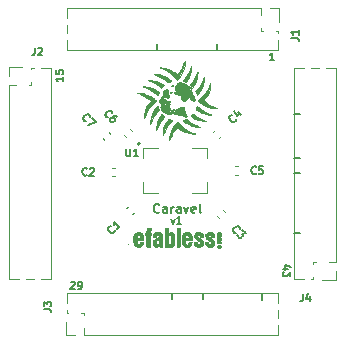
<source format=gbr>
G04 #@! TF.GenerationSoftware,KiCad,Pcbnew,(5.1.10-1-10_14)*
G04 #@! TF.CreationDate,2021-10-28T11:22:58-07:00*
G04 #@! TF.ProjectId,Caravel_breakout,43617261-7665-46c5-9f62-7265616b6f75,rev?*
G04 #@! TF.SameCoordinates,Original*
G04 #@! TF.FileFunction,Legend,Top*
G04 #@! TF.FilePolarity,Positive*
%FSLAX46Y46*%
G04 Gerber Fmt 4.6, Leading zero omitted, Abs format (unit mm)*
G04 Created by KiCad (PCBNEW (5.1.10-1-10_14)) date 2021-10-28 11:22:58*
%MOMM*%
%LPD*%
G01*
G04 APERTURE LIST*
%ADD10C,0.150000*%
%ADD11C,0.152400*%
%ADD12C,0.127000*%
%ADD13C,0.120000*%
%ADD14C,0.010000*%
%ADD15C,0.200000*%
G04 APERTURE END LIST*
D10*
X134366000Y-83134200D02*
X134366000Y-82677000D01*
X139446000Y-83134200D02*
X139446000Y-82677000D01*
X145973800Y-88544400D02*
X146431000Y-88544400D01*
X145973800Y-92329000D02*
X146431000Y-92329000D01*
X145973800Y-93599000D02*
X146431000Y-93599000D01*
X145973800Y-98679000D02*
X146431000Y-98679000D01*
X135610600Y-103809800D02*
X135610600Y-104267000D01*
X143230600Y-103835200D02*
X143230600Y-104292400D01*
X138201400Y-103809800D02*
X138201400Y-104267000D01*
D11*
X134536542Y-96863262D02*
X134500257Y-96899548D01*
X134391400Y-96935834D01*
X134318828Y-96935834D01*
X134209971Y-96899548D01*
X134137400Y-96826977D01*
X134101114Y-96754405D01*
X134064828Y-96609262D01*
X134064828Y-96500405D01*
X134101114Y-96355262D01*
X134137400Y-96282691D01*
X134209971Y-96210120D01*
X134318828Y-96173834D01*
X134391400Y-96173834D01*
X134500257Y-96210120D01*
X134536542Y-96246405D01*
X135189685Y-96935834D02*
X135189685Y-96536691D01*
X135153400Y-96464120D01*
X135080828Y-96427834D01*
X134935685Y-96427834D01*
X134863114Y-96464120D01*
X135189685Y-96899548D02*
X135117114Y-96935834D01*
X134935685Y-96935834D01*
X134863114Y-96899548D01*
X134826828Y-96826977D01*
X134826828Y-96754405D01*
X134863114Y-96681834D01*
X134935685Y-96645548D01*
X135117114Y-96645548D01*
X135189685Y-96609262D01*
X135552542Y-96935834D02*
X135552542Y-96427834D01*
X135552542Y-96572977D02*
X135588828Y-96500405D01*
X135625114Y-96464120D01*
X135697685Y-96427834D01*
X135770257Y-96427834D01*
X136350828Y-96935834D02*
X136350828Y-96536691D01*
X136314542Y-96464120D01*
X136241971Y-96427834D01*
X136096828Y-96427834D01*
X136024257Y-96464120D01*
X136350828Y-96899548D02*
X136278257Y-96935834D01*
X136096828Y-96935834D01*
X136024257Y-96899548D01*
X135987971Y-96826977D01*
X135987971Y-96754405D01*
X136024257Y-96681834D01*
X136096828Y-96645548D01*
X136278257Y-96645548D01*
X136350828Y-96609262D01*
X136641114Y-96427834D02*
X136822542Y-96935834D01*
X137003971Y-96427834D01*
X137584542Y-96899548D02*
X137511971Y-96935834D01*
X137366828Y-96935834D01*
X137294257Y-96899548D01*
X137257971Y-96826977D01*
X137257971Y-96536691D01*
X137294257Y-96464120D01*
X137366828Y-96427834D01*
X137511971Y-96427834D01*
X137584542Y-96464120D01*
X137620828Y-96536691D01*
X137620828Y-96609262D01*
X137257971Y-96681834D01*
X138056257Y-96935834D02*
X137983685Y-96899548D01*
X137947400Y-96826977D01*
X137947400Y-96173834D01*
D12*
X135536428Y-97443928D02*
X135687619Y-97867261D01*
X135838809Y-97443928D01*
X136413333Y-97867261D02*
X136050476Y-97867261D01*
X136231904Y-97867261D02*
X136231904Y-97232261D01*
X136171428Y-97322976D01*
X136110952Y-97383452D01*
X136050476Y-97413690D01*
X144247688Y-84048841D02*
X143884831Y-84048841D01*
X144066260Y-84048841D02*
X144066260Y-83413841D01*
X144005783Y-83504556D01*
X143945307Y-83565032D01*
X143884831Y-83595270D01*
X126398261Y-85464952D02*
X126398261Y-85827809D01*
X126398261Y-85646380D02*
X125763261Y-85646380D01*
X125853976Y-85706857D01*
X125914452Y-85767333D01*
X125944690Y-85827809D01*
X125763261Y-84890428D02*
X125763261Y-85192809D01*
X126065642Y-85223047D01*
X126035404Y-85192809D01*
X126005166Y-85132333D01*
X126005166Y-84981142D01*
X126035404Y-84920666D01*
X126065642Y-84890428D01*
X126126119Y-84860190D01*
X126277309Y-84860190D01*
X126337785Y-84890428D01*
X126368023Y-84920666D01*
X126398261Y-84981142D01*
X126398261Y-85132333D01*
X126368023Y-85192809D01*
X126337785Y-85223047D01*
X127024190Y-102836738D02*
X127054428Y-102806500D01*
X127114904Y-102776261D01*
X127266095Y-102776261D01*
X127326571Y-102806500D01*
X127356809Y-102836738D01*
X127387047Y-102897214D01*
X127387047Y-102957690D01*
X127356809Y-103048404D01*
X126993952Y-103411261D01*
X127387047Y-103411261D01*
X127689428Y-103411261D02*
X127810380Y-103411261D01*
X127870857Y-103381023D01*
X127901095Y-103350785D01*
X127961571Y-103260071D01*
X127991809Y-103139119D01*
X127991809Y-102897214D01*
X127961571Y-102836738D01*
X127931333Y-102806500D01*
X127870857Y-102776261D01*
X127749904Y-102776261D01*
X127689428Y-102806500D01*
X127659190Y-102836738D01*
X127628952Y-102897214D01*
X127628952Y-103048404D01*
X127659190Y-103108880D01*
X127689428Y-103139119D01*
X127749904Y-103169357D01*
X127870857Y-103169357D01*
X127931333Y-103139119D01*
X127961571Y-103108880D01*
X127991809Y-103048404D01*
X145424071Y-101672571D02*
X145000738Y-101672571D01*
X145665976Y-101521380D02*
X145212404Y-101370190D01*
X145212404Y-101763285D01*
X145635738Y-101944714D02*
X145635738Y-102337809D01*
X145393833Y-102126142D01*
X145393833Y-102216857D01*
X145363595Y-102277333D01*
X145333357Y-102307571D01*
X145272880Y-102337809D01*
X145121690Y-102337809D01*
X145061214Y-102307571D01*
X145030976Y-102277333D01*
X145000738Y-102216857D01*
X145000738Y-102035428D01*
X145030976Y-101974952D01*
X145061214Y-101944714D01*
D13*
X139761399Y-90437718D02*
X139608896Y-90590221D01*
X139252282Y-89928601D02*
X139099779Y-90081104D01*
X130248307Y-90129190D02*
X130400810Y-90281693D01*
X129739190Y-90638307D02*
X129891693Y-90790810D01*
X132098307Y-89849190D02*
X132250810Y-90001693D01*
X131589190Y-90358307D02*
X131741693Y-90510810D01*
X141177836Y-93730000D02*
X140962164Y-93730000D01*
X141177836Y-93010000D02*
X140962164Y-93010000D01*
X139958307Y-96709190D02*
X140110810Y-96861693D01*
X139449190Y-97218307D02*
X139601693Y-97370810D01*
X130790836Y-93862480D02*
X130575164Y-93862480D01*
X130790836Y-93142480D02*
X130575164Y-93142480D01*
X131759190Y-96571693D02*
X131911693Y-96419190D01*
X132268307Y-97080810D02*
X132420810Y-96928307D01*
D14*
G36*
X139676361Y-98606653D02*
G01*
X139714773Y-98610245D01*
X139733312Y-98618490D01*
X139738969Y-98633235D01*
X139739200Y-98639734D01*
X139736372Y-98656607D01*
X139723345Y-98666720D01*
X139693309Y-98671775D01*
X139639450Y-98673476D01*
X139603733Y-98673600D01*
X139536547Y-98674051D01*
X139496318Y-98676844D01*
X139476135Y-98684138D01*
X139469088Y-98698093D01*
X139468266Y-98715933D01*
X139469710Y-98736929D01*
X139478647Y-98749501D01*
X139501988Y-98755808D01*
X139546642Y-98758010D01*
X139603733Y-98758267D01*
X139671147Y-98758933D01*
X139711541Y-98762110D01*
X139731755Y-98769563D01*
X139738628Y-98783058D01*
X139739200Y-98793239D01*
X139736754Y-98810770D01*
X139724780Y-98820861D01*
X139696327Y-98825162D01*
X139644441Y-98825323D01*
X139607966Y-98824380D01*
X139542078Y-98822935D01*
X139503023Y-98824688D01*
X139483789Y-98831615D01*
X139477364Y-98845692D01*
X139476733Y-98861374D01*
X139478629Y-98881961D01*
X139488982Y-98894512D01*
X139514796Y-98901469D01*
X139563071Y-98905275D01*
X139607966Y-98907146D01*
X139677360Y-98911260D01*
X139718457Y-98918001D01*
X139736800Y-98928621D01*
X139739200Y-98936779D01*
X139732912Y-98948611D01*
X139710365Y-98956099D01*
X139666029Y-98960093D01*
X139594379Y-98961440D01*
X139578333Y-98961467D01*
X139500754Y-98960440D01*
X139451652Y-98956829D01*
X139425685Y-98949837D01*
X139417512Y-98938667D01*
X139417466Y-98937478D01*
X139428935Y-98911722D01*
X139436707Y-98907076D01*
X139445916Y-98892532D01*
X139432634Y-98863331D01*
X139418034Y-98829007D01*
X139427363Y-98797402D01*
X139431717Y-98790137D01*
X139444787Y-98755406D01*
X139435790Y-98735950D01*
X139418671Y-98698754D01*
X139423546Y-98656015D01*
X139448267Y-98624502D01*
X139450220Y-98623396D01*
X139482670Y-98614830D01*
X139537681Y-98608586D01*
X139603961Y-98605893D01*
X139611087Y-98605867D01*
X139676361Y-98606653D01*
G37*
X139676361Y-98606653D02*
X139714773Y-98610245D01*
X139733312Y-98618490D01*
X139738969Y-98633235D01*
X139739200Y-98639734D01*
X139736372Y-98656607D01*
X139723345Y-98666720D01*
X139693309Y-98671775D01*
X139639450Y-98673476D01*
X139603733Y-98673600D01*
X139536547Y-98674051D01*
X139496318Y-98676844D01*
X139476135Y-98684138D01*
X139469088Y-98698093D01*
X139468266Y-98715933D01*
X139469710Y-98736929D01*
X139478647Y-98749501D01*
X139501988Y-98755808D01*
X139546642Y-98758010D01*
X139603733Y-98758267D01*
X139671147Y-98758933D01*
X139711541Y-98762110D01*
X139731755Y-98769563D01*
X139738628Y-98783058D01*
X139739200Y-98793239D01*
X139736754Y-98810770D01*
X139724780Y-98820861D01*
X139696327Y-98825162D01*
X139644441Y-98825323D01*
X139607966Y-98824380D01*
X139542078Y-98822935D01*
X139503023Y-98824688D01*
X139483789Y-98831615D01*
X139477364Y-98845692D01*
X139476733Y-98861374D01*
X139478629Y-98881961D01*
X139488982Y-98894512D01*
X139514796Y-98901469D01*
X139563071Y-98905275D01*
X139607966Y-98907146D01*
X139677360Y-98911260D01*
X139718457Y-98918001D01*
X139736800Y-98928621D01*
X139739200Y-98936779D01*
X139732912Y-98948611D01*
X139710365Y-98956099D01*
X139666029Y-98960093D01*
X139594379Y-98961440D01*
X139578333Y-98961467D01*
X139500754Y-98960440D01*
X139451652Y-98956829D01*
X139425685Y-98949837D01*
X139417512Y-98938667D01*
X139417466Y-98937478D01*
X139428935Y-98911722D01*
X139436707Y-98907076D01*
X139445916Y-98892532D01*
X139432634Y-98863331D01*
X139418034Y-98829007D01*
X139427363Y-98797402D01*
X139431717Y-98790137D01*
X139444787Y-98755406D01*
X139435790Y-98735950D01*
X139418671Y-98698754D01*
X139423546Y-98656015D01*
X139448267Y-98624502D01*
X139450220Y-98623396D01*
X139482670Y-98614830D01*
X139537681Y-98608586D01*
X139603961Y-98605893D01*
X139611087Y-98605867D01*
X139676361Y-98606653D01*
G36*
X139633358Y-99065998D02*
G01*
X139692993Y-99078559D01*
X139695764Y-99079581D01*
X139725195Y-99096890D01*
X139737379Y-99126478D01*
X139739200Y-99160861D01*
X139734684Y-99211338D01*
X139717119Y-99242895D01*
X139680475Y-99259682D01*
X139618724Y-99265846D01*
X139586038Y-99266267D01*
X139518530Y-99263886D01*
X139475813Y-99255446D01*
X139449060Y-99239003D01*
X139445491Y-99235300D01*
X139420739Y-99187369D01*
X139422207Y-99136146D01*
X139449074Y-99094078D01*
X139455101Y-99089427D01*
X139500449Y-99072004D01*
X139564522Y-99064004D01*
X139633358Y-99065998D01*
G37*
X139633358Y-99065998D02*
X139692993Y-99078559D01*
X139695764Y-99079581D01*
X139725195Y-99096890D01*
X139737379Y-99126478D01*
X139739200Y-99160861D01*
X139734684Y-99211338D01*
X139717119Y-99242895D01*
X139680475Y-99259682D01*
X139618724Y-99265846D01*
X139586038Y-99266267D01*
X139518530Y-99263886D01*
X139475813Y-99255446D01*
X139449060Y-99239003D01*
X139445491Y-99235300D01*
X139420739Y-99187369D01*
X139422207Y-99136146D01*
X139449074Y-99094078D01*
X139455101Y-99089427D01*
X139500449Y-99072004D01*
X139564522Y-99064004D01*
X139633358Y-99065998D01*
G36*
X139513243Y-99345630D02*
G01*
X139519066Y-99368398D01*
X139508353Y-99395559D01*
X139493666Y-99401734D01*
X139472998Y-99415927D01*
X139468266Y-99436374D01*
X139471040Y-99454653D01*
X139484299Y-99464480D01*
X139515453Y-99467777D01*
X139571911Y-99466463D01*
X139582566Y-99466007D01*
X139646401Y-99461401D01*
X139682296Y-99453526D01*
X139696135Y-99440817D01*
X139696866Y-99435600D01*
X139682420Y-99413873D01*
X139657777Y-99404659D01*
X139627563Y-99390647D01*
X139624524Y-99370793D01*
X139642532Y-99350996D01*
X139676636Y-99350526D01*
X139715188Y-99369288D01*
X139718033Y-99371549D01*
X139735328Y-99404204D01*
X139737636Y-99449587D01*
X139725285Y-99490222D01*
X139715593Y-99501846D01*
X139683230Y-99515309D01*
X139630362Y-99525401D01*
X139570295Y-99530681D01*
X139516337Y-99529707D01*
X139493666Y-99525872D01*
X139442950Y-99501724D01*
X139419966Y-99461829D01*
X139417466Y-99435600D01*
X139427720Y-99388492D01*
X139462545Y-99357169D01*
X139489433Y-99345627D01*
X139513243Y-99345630D01*
G37*
X139513243Y-99345630D02*
X139519066Y-99368398D01*
X139508353Y-99395559D01*
X139493666Y-99401734D01*
X139472998Y-99415927D01*
X139468266Y-99436374D01*
X139471040Y-99454653D01*
X139484299Y-99464480D01*
X139515453Y-99467777D01*
X139571911Y-99466463D01*
X139582566Y-99466007D01*
X139646401Y-99461401D01*
X139682296Y-99453526D01*
X139696135Y-99440817D01*
X139696866Y-99435600D01*
X139682420Y-99413873D01*
X139657777Y-99404659D01*
X139627563Y-99390647D01*
X139624524Y-99370793D01*
X139642532Y-99350996D01*
X139676636Y-99350526D01*
X139715188Y-99369288D01*
X139718033Y-99371549D01*
X139735328Y-99404204D01*
X139737636Y-99449587D01*
X139725285Y-99490222D01*
X139715593Y-99501846D01*
X139683230Y-99515309D01*
X139630362Y-99525401D01*
X139570295Y-99530681D01*
X139516337Y-99529707D01*
X139493666Y-99525872D01*
X139442950Y-99501724D01*
X139419966Y-99461829D01*
X139417466Y-99435600D01*
X139427720Y-99388492D01*
X139462545Y-99357169D01*
X139489433Y-99345627D01*
X139513243Y-99345630D01*
G36*
X131910355Y-99593645D02*
G01*
X131912382Y-99613741D01*
X131910355Y-99616222D01*
X131900289Y-99613898D01*
X131899067Y-99604933D01*
X131905262Y-99590995D01*
X131910355Y-99593645D01*
G37*
X131910355Y-99593645D02*
X131912382Y-99613741D01*
X131910355Y-99616222D01*
X131900289Y-99613898D01*
X131899067Y-99604933D01*
X131905262Y-99590995D01*
X131910355Y-99593645D01*
G36*
X136128167Y-98219921D02*
G01*
X136259400Y-98224867D01*
X136259400Y-99799667D01*
X136128167Y-99804612D01*
X135996933Y-99809558D01*
X135996933Y-98214976D01*
X136128167Y-98219921D01*
G37*
X136128167Y-98219921D02*
X136259400Y-98224867D01*
X136259400Y-99799667D01*
X136128167Y-99804612D01*
X135996933Y-99809558D01*
X135996933Y-98214976D01*
X136128167Y-98219921D01*
G36*
X133829466Y-98417454D02*
G01*
X133774433Y-98422761D01*
X133743406Y-98427299D01*
X133726462Y-98438977D01*
X133718572Y-98466386D01*
X133714705Y-98518118D01*
X133714321Y-98525434D01*
X133709243Y-98622800D01*
X133829466Y-98622800D01*
X133829466Y-98809067D01*
X133710933Y-98809067D01*
X133710933Y-99808133D01*
X133586755Y-99808133D01*
X133524813Y-99806693D01*
X133476822Y-99802896D01*
X133452196Y-99797526D01*
X133451289Y-99796845D01*
X133448399Y-99777644D01*
X133445783Y-99728930D01*
X133443539Y-99655055D01*
X133441764Y-99560374D01*
X133440558Y-99449238D01*
X133440019Y-99326001D01*
X133440000Y-99297311D01*
X133440000Y-98809067D01*
X133389200Y-98809067D01*
X133360158Y-98807503D01*
X133345042Y-98797254D01*
X133339305Y-98769984D01*
X133338400Y-98717358D01*
X133338400Y-98715933D01*
X133339318Y-98662679D01*
X133344952Y-98634959D01*
X133359625Y-98624443D01*
X133386715Y-98622800D01*
X133411137Y-98621512D01*
X133426239Y-98612969D01*
X133435223Y-98590150D01*
X133441291Y-98546035D01*
X133446022Y-98492766D01*
X133460973Y-98390948D01*
X133488876Y-98317411D01*
X133534095Y-98267677D01*
X133600992Y-98237266D01*
X133693932Y-98221701D01*
X133711470Y-98220292D01*
X133829466Y-98211850D01*
X133829466Y-98417454D01*
G37*
X133829466Y-98417454D02*
X133774433Y-98422761D01*
X133743406Y-98427299D01*
X133726462Y-98438977D01*
X133718572Y-98466386D01*
X133714705Y-98518118D01*
X133714321Y-98525434D01*
X133709243Y-98622800D01*
X133829466Y-98622800D01*
X133829466Y-98809067D01*
X133710933Y-98809067D01*
X133710933Y-99808133D01*
X133586755Y-99808133D01*
X133524813Y-99806693D01*
X133476822Y-99802896D01*
X133452196Y-99797526D01*
X133451289Y-99796845D01*
X133448399Y-99777644D01*
X133445783Y-99728930D01*
X133443539Y-99655055D01*
X133441764Y-99560374D01*
X133440558Y-99449238D01*
X133440019Y-99326001D01*
X133440000Y-99297311D01*
X133440000Y-98809067D01*
X133389200Y-98809067D01*
X133360158Y-98807503D01*
X133345042Y-98797254D01*
X133339305Y-98769984D01*
X133338400Y-98717358D01*
X133338400Y-98715933D01*
X133339318Y-98662679D01*
X133344952Y-98634959D01*
X133359625Y-98624443D01*
X133386715Y-98622800D01*
X133411137Y-98621512D01*
X133426239Y-98612969D01*
X133435223Y-98590150D01*
X133441291Y-98546035D01*
X133446022Y-98492766D01*
X133460973Y-98390948D01*
X133488876Y-98317411D01*
X133534095Y-98267677D01*
X133600992Y-98237266D01*
X133693932Y-98221701D01*
X133711470Y-98220292D01*
X133829466Y-98211850D01*
X133829466Y-98417454D01*
G36*
X138888022Y-98598598D02*
G01*
X138944536Y-98603224D01*
X138987588Y-98613190D01*
X139027361Y-98630310D01*
X139044933Y-98639734D01*
X139118019Y-98698759D01*
X139169772Y-98778985D01*
X139195413Y-98872064D01*
X139197333Y-98905788D01*
X139197333Y-98978400D01*
X138947764Y-98978400D01*
X138937806Y-98917033D01*
X138915641Y-98848125D01*
X138875087Y-98807063D01*
X138814469Y-98792236D01*
X138807866Y-98792134D01*
X138745286Y-98804872D01*
X138704403Y-98840642D01*
X138689343Y-98895781D01*
X138689333Y-98897424D01*
X138693630Y-98928770D01*
X138709238Y-98959220D01*
X138740229Y-98992882D01*
X138790679Y-99033864D01*
X138864662Y-99086275D01*
X138901000Y-99110851D01*
X139014279Y-99191232D01*
X139098908Y-99262803D01*
X139157510Y-99329754D01*
X139192707Y-99396272D01*
X139207124Y-99466547D01*
X139203382Y-99544767D01*
X139196631Y-99582916D01*
X139161772Y-99676018D01*
X139101899Y-99748829D01*
X139020602Y-99797314D01*
X138999423Y-99804548D01*
X138937779Y-99816227D01*
X138858096Y-99822222D01*
X138772842Y-99822540D01*
X138694481Y-99817186D01*
X138635481Y-99806165D01*
X138630066Y-99804382D01*
X138539855Y-99755719D01*
X138472562Y-99683971D01*
X138431135Y-99593405D01*
X138418400Y-99497987D01*
X138418400Y-99418667D01*
X138667995Y-99418667D01*
X138676986Y-99498432D01*
X138695857Y-99568254D01*
X138731861Y-99616559D01*
X138780747Y-99638147D01*
X138791707Y-99638800D01*
X138852778Y-99627226D01*
X138902456Y-99597014D01*
X138926043Y-99563537D01*
X138935526Y-99517324D01*
X138925024Y-99473349D01*
X138891680Y-99427472D01*
X138832635Y-99375553D01*
X138760524Y-99323865D01*
X138661179Y-99254543D01*
X138586574Y-99197011D01*
X138531861Y-99146580D01*
X138492193Y-99098562D01*
X138462722Y-99048268D01*
X138452444Y-99025859D01*
X138426724Y-98948955D01*
X138421129Y-98876873D01*
X138422655Y-98855406D01*
X138441733Y-98772166D01*
X138484071Y-98706113D01*
X138554465Y-98650340D01*
X138572300Y-98639830D01*
X138612874Y-98619341D01*
X138652841Y-98606696D01*
X138702290Y-98600081D01*
X138771313Y-98597682D01*
X138807866Y-98597496D01*
X138888022Y-98598598D01*
G37*
X138888022Y-98598598D02*
X138944536Y-98603224D01*
X138987588Y-98613190D01*
X139027361Y-98630310D01*
X139044933Y-98639734D01*
X139118019Y-98698759D01*
X139169772Y-98778985D01*
X139195413Y-98872064D01*
X139197333Y-98905788D01*
X139197333Y-98978400D01*
X138947764Y-98978400D01*
X138937806Y-98917033D01*
X138915641Y-98848125D01*
X138875087Y-98807063D01*
X138814469Y-98792236D01*
X138807866Y-98792134D01*
X138745286Y-98804872D01*
X138704403Y-98840642D01*
X138689343Y-98895781D01*
X138689333Y-98897424D01*
X138693630Y-98928770D01*
X138709238Y-98959220D01*
X138740229Y-98992882D01*
X138790679Y-99033864D01*
X138864662Y-99086275D01*
X138901000Y-99110851D01*
X139014279Y-99191232D01*
X139098908Y-99262803D01*
X139157510Y-99329754D01*
X139192707Y-99396272D01*
X139207124Y-99466547D01*
X139203382Y-99544767D01*
X139196631Y-99582916D01*
X139161772Y-99676018D01*
X139101899Y-99748829D01*
X139020602Y-99797314D01*
X138999423Y-99804548D01*
X138937779Y-99816227D01*
X138858096Y-99822222D01*
X138772842Y-99822540D01*
X138694481Y-99817186D01*
X138635481Y-99806165D01*
X138630066Y-99804382D01*
X138539855Y-99755719D01*
X138472562Y-99683971D01*
X138431135Y-99593405D01*
X138418400Y-99497987D01*
X138418400Y-99418667D01*
X138667995Y-99418667D01*
X138676986Y-99498432D01*
X138695857Y-99568254D01*
X138731861Y-99616559D01*
X138780747Y-99638147D01*
X138791707Y-99638800D01*
X138852778Y-99627226D01*
X138902456Y-99597014D01*
X138926043Y-99563537D01*
X138935526Y-99517324D01*
X138925024Y-99473349D01*
X138891680Y-99427472D01*
X138832635Y-99375553D01*
X138760524Y-99323865D01*
X138661179Y-99254543D01*
X138586574Y-99197011D01*
X138531861Y-99146580D01*
X138492193Y-99098562D01*
X138462722Y-99048268D01*
X138452444Y-99025859D01*
X138426724Y-98948955D01*
X138421129Y-98876873D01*
X138422655Y-98855406D01*
X138441733Y-98772166D01*
X138484071Y-98706113D01*
X138554465Y-98650340D01*
X138572300Y-98639830D01*
X138612874Y-98619341D01*
X138652841Y-98606696D01*
X138702290Y-98600081D01*
X138771313Y-98597682D01*
X138807866Y-98597496D01*
X138888022Y-98598598D01*
G36*
X137953034Y-98599231D02*
G01*
X138021349Y-98606239D01*
X138073165Y-98620700D01*
X138117106Y-98644887D01*
X138155440Y-98675439D01*
X138202316Y-98733480D01*
X138239883Y-98811223D01*
X138262275Y-98894676D01*
X138266000Y-98939140D01*
X138264163Y-98958625D01*
X138254057Y-98970295D01*
X138228784Y-98976146D01*
X138181450Y-98978179D01*
X138130533Y-98978400D01*
X137995067Y-98978400D01*
X137995067Y-98919133D01*
X137981518Y-98854785D01*
X137942482Y-98811938D01*
X137880372Y-98792903D01*
X137862224Y-98792134D01*
X137798620Y-98804721D01*
X137757387Y-98837752D01*
X137741325Y-98884131D01*
X137753230Y-98936760D01*
X137787633Y-98981298D01*
X137821794Y-99009461D01*
X137875431Y-99049823D01*
X137939779Y-99095892D01*
X137978133Y-99122382D01*
X138062739Y-99180920D01*
X138124030Y-99226279D01*
X138167355Y-99263317D01*
X138198065Y-99296891D01*
X138221508Y-99331858D01*
X138233781Y-99354492D01*
X138259598Y-99436984D01*
X138262383Y-99529430D01*
X138243928Y-99621177D01*
X138206025Y-99701567D01*
X138167912Y-99746244D01*
X138106962Y-99782562D01*
X138023338Y-99808511D01*
X137926890Y-99823174D01*
X137827465Y-99825635D01*
X137734911Y-99814977D01*
X137664867Y-99793062D01*
X137577575Y-99735173D01*
X137514046Y-99655548D01*
X137477656Y-99559492D01*
X137470133Y-99486944D01*
X137470133Y-99418667D01*
X137741067Y-99418667D01*
X137741067Y-99494867D01*
X137752611Y-99566640D01*
X137785798Y-99615092D01*
X137838457Y-99637539D01*
X137857316Y-99638800D01*
X137911820Y-99626434D01*
X137959346Y-99594961D01*
X137989554Y-99552819D01*
X137995067Y-99526391D01*
X137990991Y-99488328D01*
X137975801Y-99454053D01*
X137945047Y-99418568D01*
X137894281Y-99376877D01*
X137819055Y-99323983D01*
X137808624Y-99316949D01*
X137694273Y-99235487D01*
X137608112Y-99162456D01*
X137546924Y-99093615D01*
X137507491Y-99024726D01*
X137486596Y-98951553D01*
X137481039Y-98885461D01*
X137493438Y-98788649D01*
X137533401Y-98711199D01*
X137600467Y-98653465D01*
X137694172Y-98615799D01*
X137814054Y-98598551D01*
X137859600Y-98597400D01*
X137953034Y-98599231D01*
G37*
X137953034Y-98599231D02*
X138021349Y-98606239D01*
X138073165Y-98620700D01*
X138117106Y-98644887D01*
X138155440Y-98675439D01*
X138202316Y-98733480D01*
X138239883Y-98811223D01*
X138262275Y-98894676D01*
X138266000Y-98939140D01*
X138264163Y-98958625D01*
X138254057Y-98970295D01*
X138228784Y-98976146D01*
X138181450Y-98978179D01*
X138130533Y-98978400D01*
X137995067Y-98978400D01*
X137995067Y-98919133D01*
X137981518Y-98854785D01*
X137942482Y-98811938D01*
X137880372Y-98792903D01*
X137862224Y-98792134D01*
X137798620Y-98804721D01*
X137757387Y-98837752D01*
X137741325Y-98884131D01*
X137753230Y-98936760D01*
X137787633Y-98981298D01*
X137821794Y-99009461D01*
X137875431Y-99049823D01*
X137939779Y-99095892D01*
X137978133Y-99122382D01*
X138062739Y-99180920D01*
X138124030Y-99226279D01*
X138167355Y-99263317D01*
X138198065Y-99296891D01*
X138221508Y-99331858D01*
X138233781Y-99354492D01*
X138259598Y-99436984D01*
X138262383Y-99529430D01*
X138243928Y-99621177D01*
X138206025Y-99701567D01*
X138167912Y-99746244D01*
X138106962Y-99782562D01*
X138023338Y-99808511D01*
X137926890Y-99823174D01*
X137827465Y-99825635D01*
X137734911Y-99814977D01*
X137664867Y-99793062D01*
X137577575Y-99735173D01*
X137514046Y-99655548D01*
X137477656Y-99559492D01*
X137470133Y-99486944D01*
X137470133Y-99418667D01*
X137741067Y-99418667D01*
X137741067Y-99494867D01*
X137752611Y-99566640D01*
X137785798Y-99615092D01*
X137838457Y-99637539D01*
X137857316Y-99638800D01*
X137911820Y-99626434D01*
X137959346Y-99594961D01*
X137989554Y-99552819D01*
X137995067Y-99526391D01*
X137990991Y-99488328D01*
X137975801Y-99454053D01*
X137945047Y-99418568D01*
X137894281Y-99376877D01*
X137819055Y-99323983D01*
X137808624Y-99316949D01*
X137694273Y-99235487D01*
X137608112Y-99162456D01*
X137546924Y-99093615D01*
X137507491Y-99024726D01*
X137486596Y-98951553D01*
X137481039Y-98885461D01*
X137493438Y-98788649D01*
X137533401Y-98711199D01*
X137600467Y-98653465D01*
X137694172Y-98615799D01*
X137814054Y-98598551D01*
X137859600Y-98597400D01*
X137953034Y-98599231D01*
G36*
X136922060Y-98593982D02*
G01*
X137021263Y-98607272D01*
X137096400Y-98632668D01*
X137156223Y-98673898D01*
X137188065Y-98707384D01*
X137218517Y-98750354D01*
X137241089Y-98800563D01*
X137257357Y-98864452D01*
X137268898Y-98948459D01*
X137277287Y-99059024D01*
X137278233Y-99075767D01*
X137288678Y-99266267D01*
X136721591Y-99266267D01*
X136727563Y-99411667D01*
X136731336Y-99483454D01*
X136737170Y-99530150D01*
X136747582Y-99560526D01*
X136765091Y-99583354D01*
X136781044Y-99597933D01*
X136839905Y-99631192D01*
X136897522Y-99633661D01*
X136948404Y-99608153D01*
X136987061Y-99557476D01*
X137008001Y-99484442D01*
X137008335Y-99481608D01*
X137017338Y-99401734D01*
X137271570Y-99401734D01*
X137262693Y-99512317D01*
X137242599Y-99621817D01*
X137201054Y-99706456D01*
X137136716Y-99767342D01*
X137048241Y-99805584D01*
X136934287Y-99822290D01*
X136885933Y-99823239D01*
X136815090Y-99821003D01*
X136752048Y-99816086D01*
X136708871Y-99809481D01*
X136704600Y-99808330D01*
X136618016Y-99764879D01*
X136547103Y-99692189D01*
X136507071Y-99623400D01*
X136491797Y-99589502D01*
X136480505Y-99558587D01*
X136472594Y-99524891D01*
X136467461Y-99482648D01*
X136464503Y-99426093D01*
X136463119Y-99349461D01*
X136462706Y-99246987D01*
X136462677Y-99198534D01*
X136462831Y-99084283D01*
X136463734Y-98998264D01*
X136464470Y-98977287D01*
X136725067Y-98977287D01*
X136725067Y-99063067D01*
X137012933Y-99063067D01*
X137012933Y-98961467D01*
X137006266Y-98882044D01*
X136984011Y-98830120D01*
X136942790Y-98801608D01*
X136879223Y-98792417D01*
X136873233Y-98792393D01*
X136824047Y-98795313D01*
X136788658Y-98802293D01*
X136782635Y-98805093D01*
X136748982Y-98846774D01*
X136729429Y-98914746D01*
X136725067Y-98977287D01*
X136464470Y-98977287D01*
X136465961Y-98934845D01*
X136470087Y-98888390D01*
X136476684Y-98853267D01*
X136486326Y-98823842D01*
X136499588Y-98794480D01*
X136504933Y-98783691D01*
X136564335Y-98697763D01*
X136644292Y-98637406D01*
X136745766Y-98602184D01*
X136869716Y-98591659D01*
X136922060Y-98593982D01*
G37*
X136922060Y-98593982D02*
X137021263Y-98607272D01*
X137096400Y-98632668D01*
X137156223Y-98673898D01*
X137188065Y-98707384D01*
X137218517Y-98750354D01*
X137241089Y-98800563D01*
X137257357Y-98864452D01*
X137268898Y-98948459D01*
X137277287Y-99059024D01*
X137278233Y-99075767D01*
X137288678Y-99266267D01*
X136721591Y-99266267D01*
X136727563Y-99411667D01*
X136731336Y-99483454D01*
X136737170Y-99530150D01*
X136747582Y-99560526D01*
X136765091Y-99583354D01*
X136781044Y-99597933D01*
X136839905Y-99631192D01*
X136897522Y-99633661D01*
X136948404Y-99608153D01*
X136987061Y-99557476D01*
X137008001Y-99484442D01*
X137008335Y-99481608D01*
X137017338Y-99401734D01*
X137271570Y-99401734D01*
X137262693Y-99512317D01*
X137242599Y-99621817D01*
X137201054Y-99706456D01*
X137136716Y-99767342D01*
X137048241Y-99805584D01*
X136934287Y-99822290D01*
X136885933Y-99823239D01*
X136815090Y-99821003D01*
X136752048Y-99816086D01*
X136708871Y-99809481D01*
X136704600Y-99808330D01*
X136618016Y-99764879D01*
X136547103Y-99692189D01*
X136507071Y-99623400D01*
X136491797Y-99589502D01*
X136480505Y-99558587D01*
X136472594Y-99524891D01*
X136467461Y-99482648D01*
X136464503Y-99426093D01*
X136463119Y-99349461D01*
X136462706Y-99246987D01*
X136462677Y-99198534D01*
X136462831Y-99084283D01*
X136463734Y-98998264D01*
X136464470Y-98977287D01*
X136725067Y-98977287D01*
X136725067Y-99063067D01*
X137012933Y-99063067D01*
X137012933Y-98961467D01*
X137006266Y-98882044D01*
X136984011Y-98830120D01*
X136942790Y-98801608D01*
X136879223Y-98792417D01*
X136873233Y-98792393D01*
X136824047Y-98795313D01*
X136788658Y-98802293D01*
X136782635Y-98805093D01*
X136748982Y-98846774D01*
X136729429Y-98914746D01*
X136725067Y-98977287D01*
X136464470Y-98977287D01*
X136465961Y-98934845D01*
X136470087Y-98888390D01*
X136476684Y-98853267D01*
X136486326Y-98823842D01*
X136499588Y-98794480D01*
X136504933Y-98783691D01*
X136564335Y-98697763D01*
X136644292Y-98637406D01*
X136745766Y-98602184D01*
X136869716Y-98591659D01*
X136922060Y-98593982D01*
G36*
X135265415Y-98470426D02*
G01*
X135264244Y-98558806D01*
X135264390Y-98633811D01*
X135265751Y-98689593D01*
X135268223Y-98720301D01*
X135269849Y-98724426D01*
X135285167Y-98712159D01*
X135310630Y-98681986D01*
X135315802Y-98675116D01*
X135372157Y-98625934D01*
X135449273Y-98597382D01*
X135539113Y-98592268D01*
X135549963Y-98593317D01*
X135632967Y-98613515D01*
X135695586Y-98656170D01*
X135745826Y-98726791D01*
X135746949Y-98728881D01*
X135759016Y-98752902D01*
X135768245Y-98777164D01*
X135775015Y-98806403D01*
X135779705Y-98845359D01*
X135782696Y-98898768D01*
X135784366Y-98971368D01*
X135785096Y-99067898D01*
X135785266Y-99193095D01*
X135785266Y-99207000D01*
X135785123Y-99335350D01*
X135784445Y-99434561D01*
X135782859Y-99509359D01*
X135779992Y-99564472D01*
X135775471Y-99604628D01*
X135768923Y-99634552D01*
X135759974Y-99658973D01*
X135748252Y-99682617D01*
X135747639Y-99683766D01*
X135699913Y-99756662D01*
X135646562Y-99800782D01*
X135579620Y-99821137D01*
X135524750Y-99823993D01*
X135465019Y-99820894D01*
X135414722Y-99814109D01*
X135394419Y-99808661D01*
X135360615Y-99786538D01*
X135322209Y-99750153D01*
X135315079Y-99742001D01*
X135285208Y-99709047D01*
X135264558Y-99690854D01*
X135261426Y-99689600D01*
X135255104Y-99704505D01*
X135251948Y-99741148D01*
X135251866Y-99748867D01*
X135251866Y-99808133D01*
X134997867Y-99808133D01*
X134997867Y-99108695D01*
X135270877Y-99108695D01*
X135271969Y-99242056D01*
X135272006Y-99244283D01*
X135277266Y-99557137D01*
X135324777Y-99597969D01*
X135370654Y-99630132D01*
X135410735Y-99637469D01*
X135445841Y-99628281D01*
X135471489Y-99613578D01*
X135491081Y-99588937D01*
X135505365Y-99550268D01*
X135515085Y-99493480D01*
X135520988Y-99414481D01*
X135523820Y-99309180D01*
X135524372Y-99197620D01*
X135523284Y-99079481D01*
X135520405Y-98980687D01*
X135515943Y-98905262D01*
X135510106Y-98857234D01*
X135506009Y-98843199D01*
X135470435Y-98809678D01*
X135415749Y-98794645D01*
X135360817Y-98799367D01*
X135330470Y-98811879D01*
X135307298Y-98834838D01*
X135290526Y-98872120D01*
X135279382Y-98927605D01*
X135273090Y-99005170D01*
X135270877Y-99108695D01*
X134997867Y-99108695D01*
X134997867Y-98216400D01*
X135270497Y-98216400D01*
X135265415Y-98470426D01*
G37*
X135265415Y-98470426D02*
X135264244Y-98558806D01*
X135264390Y-98633811D01*
X135265751Y-98689593D01*
X135268223Y-98720301D01*
X135269849Y-98724426D01*
X135285167Y-98712159D01*
X135310630Y-98681986D01*
X135315802Y-98675116D01*
X135372157Y-98625934D01*
X135449273Y-98597382D01*
X135539113Y-98592268D01*
X135549963Y-98593317D01*
X135632967Y-98613515D01*
X135695586Y-98656170D01*
X135745826Y-98726791D01*
X135746949Y-98728881D01*
X135759016Y-98752902D01*
X135768245Y-98777164D01*
X135775015Y-98806403D01*
X135779705Y-98845359D01*
X135782696Y-98898768D01*
X135784366Y-98971368D01*
X135785096Y-99067898D01*
X135785266Y-99193095D01*
X135785266Y-99207000D01*
X135785123Y-99335350D01*
X135784445Y-99434561D01*
X135782859Y-99509359D01*
X135779992Y-99564472D01*
X135775471Y-99604628D01*
X135768923Y-99634552D01*
X135759974Y-99658973D01*
X135748252Y-99682617D01*
X135747639Y-99683766D01*
X135699913Y-99756662D01*
X135646562Y-99800782D01*
X135579620Y-99821137D01*
X135524750Y-99823993D01*
X135465019Y-99820894D01*
X135414722Y-99814109D01*
X135394419Y-99808661D01*
X135360615Y-99786538D01*
X135322209Y-99750153D01*
X135315079Y-99742001D01*
X135285208Y-99709047D01*
X135264558Y-99690854D01*
X135261426Y-99689600D01*
X135255104Y-99704505D01*
X135251948Y-99741148D01*
X135251866Y-99748867D01*
X135251866Y-99808133D01*
X134997867Y-99808133D01*
X134997867Y-99108695D01*
X135270877Y-99108695D01*
X135271969Y-99242056D01*
X135272006Y-99244283D01*
X135277266Y-99557137D01*
X135324777Y-99597969D01*
X135370654Y-99630132D01*
X135410735Y-99637469D01*
X135445841Y-99628281D01*
X135471489Y-99613578D01*
X135491081Y-99588937D01*
X135505365Y-99550268D01*
X135515085Y-99493480D01*
X135520988Y-99414481D01*
X135523820Y-99309180D01*
X135524372Y-99197620D01*
X135523284Y-99079481D01*
X135520405Y-98980687D01*
X135515943Y-98905262D01*
X135510106Y-98857234D01*
X135506009Y-98843199D01*
X135470435Y-98809678D01*
X135415749Y-98794645D01*
X135360817Y-98799367D01*
X135330470Y-98811879D01*
X135307298Y-98834838D01*
X135290526Y-98872120D01*
X135279382Y-98927605D01*
X135273090Y-99005170D01*
X135270877Y-99108695D01*
X134997867Y-99108695D01*
X134997867Y-98216400D01*
X135270497Y-98216400D01*
X135265415Y-98470426D01*
G36*
X134471709Y-98598269D02*
G01*
X134530509Y-98601898D01*
X134573868Y-98609820D01*
X134610989Y-98623569D01*
X134642267Y-98639734D01*
X134677414Y-98660193D01*
X134705759Y-98680938D01*
X134728076Y-98705699D01*
X134745144Y-98738208D01*
X134757740Y-98782194D01*
X134766639Y-98841389D01*
X134772620Y-98919523D01*
X134776459Y-99020328D01*
X134778933Y-99147534D01*
X134780820Y-99304871D01*
X134780822Y-99305031D01*
X134786200Y-99809463D01*
X134667667Y-99804565D01*
X134549133Y-99799667D01*
X134543827Y-99744633D01*
X134537216Y-99703235D01*
X134525032Y-99693120D01*
X134502141Y-99713182D01*
X134486575Y-99732272D01*
X134427061Y-99786149D01*
X134349629Y-99816366D01*
X134257874Y-99825004D01*
X134169851Y-99816846D01*
X134105553Y-99791945D01*
X134051045Y-99749294D01*
X134013810Y-99694528D01*
X133988545Y-99618691D01*
X133980721Y-99581087D01*
X133975596Y-99507535D01*
X134240688Y-99507535D01*
X134251079Y-99558821D01*
X134286115Y-99608426D01*
X134338918Y-99632761D01*
X134402184Y-99629325D01*
X134428659Y-99619670D01*
X134466660Y-99589311D01*
X134487445Y-99556170D01*
X134496838Y-99518260D01*
X134505061Y-99461809D01*
X134511646Y-99394911D01*
X134516129Y-99325662D01*
X134518043Y-99262158D01*
X134516922Y-99212494D01*
X134512299Y-99184766D01*
X134509019Y-99181600D01*
X134485759Y-99190880D01*
X134444313Y-99214811D01*
X134393445Y-99247534D01*
X134341916Y-99283187D01*
X134298489Y-99315909D01*
X134271928Y-99339840D01*
X134271262Y-99340625D01*
X134251816Y-99382874D01*
X134241170Y-99443423D01*
X134240688Y-99507535D01*
X133975596Y-99507535D01*
X133972875Y-99468503D01*
X133989958Y-99362504D01*
X134030280Y-99271984D01*
X134042847Y-99254048D01*
X134082021Y-99216209D01*
X134146504Y-99173684D01*
X134239529Y-99124409D01*
X134266676Y-99111247D01*
X134363615Y-99063467D01*
X134433320Y-99024879D01*
X134479983Y-98992044D01*
X134507795Y-98961526D01*
X134520947Y-98929888D01*
X134523733Y-98900458D01*
X134513875Y-98844382D01*
X134482015Y-98809765D01*
X134424731Y-98793892D01*
X134387057Y-98792133D01*
X134311198Y-98802848D01*
X134261155Y-98834599D01*
X134237673Y-98886802D01*
X134235867Y-98910667D01*
X134235867Y-98961467D01*
X133981867Y-98961467D01*
X133981867Y-98897321D01*
X133997699Y-98807441D01*
X134041168Y-98724201D01*
X134106234Y-98657813D01*
X134134267Y-98639734D01*
X134173006Y-98620239D01*
X134210647Y-98607794D01*
X134256391Y-98600865D01*
X134319440Y-98597920D01*
X134388267Y-98597400D01*
X134471709Y-98598269D01*
G37*
X134471709Y-98598269D02*
X134530509Y-98601898D01*
X134573868Y-98609820D01*
X134610989Y-98623569D01*
X134642267Y-98639734D01*
X134677414Y-98660193D01*
X134705759Y-98680938D01*
X134728076Y-98705699D01*
X134745144Y-98738208D01*
X134757740Y-98782194D01*
X134766639Y-98841389D01*
X134772620Y-98919523D01*
X134776459Y-99020328D01*
X134778933Y-99147534D01*
X134780820Y-99304871D01*
X134780822Y-99305031D01*
X134786200Y-99809463D01*
X134667667Y-99804565D01*
X134549133Y-99799667D01*
X134543827Y-99744633D01*
X134537216Y-99703235D01*
X134525032Y-99693120D01*
X134502141Y-99713182D01*
X134486575Y-99732272D01*
X134427061Y-99786149D01*
X134349629Y-99816366D01*
X134257874Y-99825004D01*
X134169851Y-99816846D01*
X134105553Y-99791945D01*
X134051045Y-99749294D01*
X134013810Y-99694528D01*
X133988545Y-99618691D01*
X133980721Y-99581087D01*
X133975596Y-99507535D01*
X134240688Y-99507535D01*
X134251079Y-99558821D01*
X134286115Y-99608426D01*
X134338918Y-99632761D01*
X134402184Y-99629325D01*
X134428659Y-99619670D01*
X134466660Y-99589311D01*
X134487445Y-99556170D01*
X134496838Y-99518260D01*
X134505061Y-99461809D01*
X134511646Y-99394911D01*
X134516129Y-99325662D01*
X134518043Y-99262158D01*
X134516922Y-99212494D01*
X134512299Y-99184766D01*
X134509019Y-99181600D01*
X134485759Y-99190880D01*
X134444313Y-99214811D01*
X134393445Y-99247534D01*
X134341916Y-99283187D01*
X134298489Y-99315909D01*
X134271928Y-99339840D01*
X134271262Y-99340625D01*
X134251816Y-99382874D01*
X134241170Y-99443423D01*
X134240688Y-99507535D01*
X133975596Y-99507535D01*
X133972875Y-99468503D01*
X133989958Y-99362504D01*
X134030280Y-99271984D01*
X134042847Y-99254048D01*
X134082021Y-99216209D01*
X134146504Y-99173684D01*
X134239529Y-99124409D01*
X134266676Y-99111247D01*
X134363615Y-99063467D01*
X134433320Y-99024879D01*
X134479983Y-98992044D01*
X134507795Y-98961526D01*
X134520947Y-98929888D01*
X134523733Y-98900458D01*
X134513875Y-98844382D01*
X134482015Y-98809765D01*
X134424731Y-98793892D01*
X134387057Y-98792133D01*
X134311198Y-98802848D01*
X134261155Y-98834599D01*
X134237673Y-98886802D01*
X134235867Y-98910667D01*
X134235867Y-98961467D01*
X133981867Y-98961467D01*
X133981867Y-98897321D01*
X133997699Y-98807441D01*
X134041168Y-98724201D01*
X134106234Y-98657813D01*
X134134267Y-98639734D01*
X134173006Y-98620239D01*
X134210647Y-98607794D01*
X134256391Y-98600865D01*
X134319440Y-98597920D01*
X134388267Y-98597400D01*
X134471709Y-98598269D01*
G36*
X132879093Y-98599463D02*
G01*
X132982557Y-98631329D01*
X133060831Y-98684943D01*
X133114637Y-98760719D01*
X133133147Y-98808893D01*
X133143100Y-98856504D01*
X133152668Y-98927327D01*
X133160587Y-99010715D01*
X133164649Y-99074380D01*
X133174099Y-99266267D01*
X132606791Y-99266267D01*
X132612762Y-99408434D01*
X132620011Y-99498676D01*
X132635032Y-99560243D01*
X132661121Y-99598032D01*
X132701574Y-99616938D01*
X132756434Y-99621867D01*
X132813352Y-99614023D01*
X132852101Y-99587075D01*
X132877334Y-99535897D01*
X132890975Y-99473700D01*
X132902462Y-99401734D01*
X133152133Y-99401734D01*
X133151761Y-99490634D01*
X133137068Y-99600359D01*
X133095655Y-99691314D01*
X133030033Y-99761829D01*
X132942712Y-99810235D01*
X132836205Y-99834864D01*
X132713021Y-99834047D01*
X132649660Y-99824315D01*
X132543380Y-99790688D01*
X132461388Y-99735166D01*
X132399897Y-99654787D01*
X132379387Y-99613169D01*
X132367253Y-99567492D01*
X132357028Y-99495271D01*
X132348953Y-99403787D01*
X132343265Y-99300322D01*
X132340203Y-99192157D01*
X132340005Y-99086574D01*
X132342910Y-98990854D01*
X132344391Y-98972217D01*
X132610266Y-98972217D01*
X132610266Y-99063067D01*
X132898133Y-99063067D01*
X132898133Y-98972217D01*
X132889270Y-98888429D01*
X132861624Y-98831836D01*
X132813616Y-98800459D01*
X132754200Y-98792133D01*
X132687231Y-98803223D01*
X132641999Y-98837812D01*
X132616921Y-98897877D01*
X132610266Y-98972217D01*
X132344391Y-98972217D01*
X132349157Y-98912278D01*
X132355164Y-98873645D01*
X132391810Y-98770128D01*
X132453368Y-98688976D01*
X132538502Y-98631154D01*
X132645875Y-98597624D01*
X132749718Y-98588934D01*
X132879093Y-98599463D01*
G37*
X132879093Y-98599463D02*
X132982557Y-98631329D01*
X133060831Y-98684943D01*
X133114637Y-98760719D01*
X133133147Y-98808893D01*
X133143100Y-98856504D01*
X133152668Y-98927327D01*
X133160587Y-99010715D01*
X133164649Y-99074380D01*
X133174099Y-99266267D01*
X132606791Y-99266267D01*
X132612762Y-99408434D01*
X132620011Y-99498676D01*
X132635032Y-99560243D01*
X132661121Y-99598032D01*
X132701574Y-99616938D01*
X132756434Y-99621867D01*
X132813352Y-99614023D01*
X132852101Y-99587075D01*
X132877334Y-99535897D01*
X132890975Y-99473700D01*
X132902462Y-99401734D01*
X133152133Y-99401734D01*
X133151761Y-99490634D01*
X133137068Y-99600359D01*
X133095655Y-99691314D01*
X133030033Y-99761829D01*
X132942712Y-99810235D01*
X132836205Y-99834864D01*
X132713021Y-99834047D01*
X132649660Y-99824315D01*
X132543380Y-99790688D01*
X132461388Y-99735166D01*
X132399897Y-99654787D01*
X132379387Y-99613169D01*
X132367253Y-99567492D01*
X132357028Y-99495271D01*
X132348953Y-99403787D01*
X132343265Y-99300322D01*
X132340203Y-99192157D01*
X132340005Y-99086574D01*
X132342910Y-98990854D01*
X132344391Y-98972217D01*
X132610266Y-98972217D01*
X132610266Y-99063067D01*
X132898133Y-99063067D01*
X132898133Y-98972217D01*
X132889270Y-98888429D01*
X132861624Y-98831836D01*
X132813616Y-98800459D01*
X132754200Y-98792133D01*
X132687231Y-98803223D01*
X132641999Y-98837812D01*
X132616921Y-98897877D01*
X132610266Y-98972217D01*
X132344391Y-98972217D01*
X132349157Y-98912278D01*
X132355164Y-98873645D01*
X132391810Y-98770128D01*
X132453368Y-98688976D01*
X132538502Y-98631154D01*
X132645875Y-98597624D01*
X132749718Y-98588934D01*
X132879093Y-98599463D01*
G36*
X139657537Y-99695488D02*
G01*
X139699606Y-99736517D01*
X139721075Y-99794237D01*
X139722266Y-99812879D01*
X139707644Y-99870815D01*
X139669663Y-99914609D01*
X139617149Y-99940655D01*
X139558930Y-99945348D01*
X139503833Y-99925080D01*
X139485200Y-99909733D01*
X139456867Y-99859810D01*
X139451168Y-99798690D01*
X139467739Y-99740041D01*
X139490525Y-99709485D01*
X139544716Y-99678278D01*
X139603147Y-99674843D01*
X139657537Y-99695488D01*
G37*
X139657537Y-99695488D02*
X139699606Y-99736517D01*
X139721075Y-99794237D01*
X139722266Y-99812879D01*
X139707644Y-99870815D01*
X139669663Y-99914609D01*
X139617149Y-99940655D01*
X139558930Y-99945348D01*
X139503833Y-99925080D01*
X139485200Y-99909733D01*
X139456867Y-99859810D01*
X139451168Y-99798690D01*
X139467739Y-99740041D01*
X139490525Y-99709485D01*
X139544716Y-99678278D01*
X139603147Y-99674843D01*
X139657537Y-99695488D01*
G36*
X136287375Y-86717819D02*
G01*
X136287867Y-86721867D01*
X136274981Y-86738308D01*
X136270933Y-86738800D01*
X136254492Y-86725914D01*
X136254000Y-86721867D01*
X136266886Y-86705426D01*
X136270933Y-86704934D01*
X136287375Y-86717819D01*
G37*
X136287375Y-86717819D02*
X136287867Y-86721867D01*
X136274981Y-86738308D01*
X136270933Y-86738800D01*
X136254492Y-86725914D01*
X136254000Y-86721867D01*
X136266886Y-86705426D01*
X136270933Y-86704934D01*
X136287375Y-86717819D01*
G36*
X136718916Y-84112138D02*
G01*
X136718401Y-84173265D01*
X136717194Y-84194671D01*
X136683994Y-84462945D01*
X136619712Y-84723402D01*
X136525766Y-84972733D01*
X136403575Y-85207626D01*
X136254560Y-85424771D01*
X136125440Y-85574634D01*
X136080656Y-85620156D01*
X136044381Y-85653973D01*
X136023013Y-85670205D01*
X136020744Y-85670826D01*
X136005127Y-85658681D01*
X135971430Y-85626397D01*
X135924487Y-85578773D01*
X135869130Y-85520609D01*
X135864534Y-85515698D01*
X135638474Y-85292557D01*
X135406461Y-85101120D01*
X135165526Y-84939357D01*
X134912701Y-84805238D01*
X134691900Y-84713533D01*
X134631586Y-84689596D01*
X134585892Y-84668117D01*
X134562316Y-84652744D01*
X134560667Y-84649671D01*
X134576247Y-84642944D01*
X134618483Y-84641195D01*
X134680618Y-84643880D01*
X134755893Y-84650457D01*
X134837550Y-84660380D01*
X134918833Y-84673107D01*
X134967067Y-84682374D01*
X135099313Y-84712449D01*
X135213003Y-84744600D01*
X135320872Y-84783236D01*
X135435654Y-84832762D01*
X135525867Y-84875748D01*
X135627713Y-84929758D01*
X135734726Y-84993618D01*
X135837522Y-85061202D01*
X135926720Y-85126387D01*
X135984860Y-85175354D01*
X136028986Y-85216460D01*
X136111860Y-85120493D01*
X136282075Y-84904240D01*
X136431365Y-84675360D01*
X136555765Y-84440593D01*
X136651313Y-84206677D01*
X136654014Y-84198800D01*
X136680482Y-84127446D01*
X136700055Y-84089222D01*
X136712833Y-84084121D01*
X136718916Y-84112138D01*
G37*
X136718916Y-84112138D02*
X136718401Y-84173265D01*
X136717194Y-84194671D01*
X136683994Y-84462945D01*
X136619712Y-84723402D01*
X136525766Y-84972733D01*
X136403575Y-85207626D01*
X136254560Y-85424771D01*
X136125440Y-85574634D01*
X136080656Y-85620156D01*
X136044381Y-85653973D01*
X136023013Y-85670205D01*
X136020744Y-85670826D01*
X136005127Y-85658681D01*
X135971430Y-85626397D01*
X135924487Y-85578773D01*
X135869130Y-85520609D01*
X135864534Y-85515698D01*
X135638474Y-85292557D01*
X135406461Y-85101120D01*
X135165526Y-84939357D01*
X134912701Y-84805238D01*
X134691900Y-84713533D01*
X134631586Y-84689596D01*
X134585892Y-84668117D01*
X134562316Y-84652744D01*
X134560667Y-84649671D01*
X134576247Y-84642944D01*
X134618483Y-84641195D01*
X134680618Y-84643880D01*
X134755893Y-84650457D01*
X134837550Y-84660380D01*
X134918833Y-84673107D01*
X134967067Y-84682374D01*
X135099313Y-84712449D01*
X135213003Y-84744600D01*
X135320872Y-84783236D01*
X135435654Y-84832762D01*
X135525867Y-84875748D01*
X135627713Y-84929758D01*
X135734726Y-84993618D01*
X135837522Y-85061202D01*
X135926720Y-85126387D01*
X135984860Y-85175354D01*
X136028986Y-85216460D01*
X136111860Y-85120493D01*
X136282075Y-84904240D01*
X136431365Y-84675360D01*
X136555765Y-84440593D01*
X136651313Y-84206677D01*
X136654014Y-84198800D01*
X136680482Y-84127446D01*
X136700055Y-84089222D01*
X136712833Y-84084121D01*
X136718916Y-84112138D01*
G36*
X137248084Y-84570018D02*
G01*
X137250783Y-84612686D01*
X137248535Y-84676123D01*
X137241867Y-84754049D01*
X137231308Y-84840182D01*
X137217386Y-84928243D01*
X137201883Y-85006369D01*
X137176875Y-85112214D01*
X137151575Y-85202015D01*
X137121865Y-85287949D01*
X137083624Y-85382192D01*
X137045451Y-85468800D01*
X137022171Y-85515238D01*
X136988232Y-85576533D01*
X136948150Y-85645250D01*
X136906439Y-85713949D01*
X136867612Y-85775194D01*
X136836185Y-85821548D01*
X136816856Y-85845411D01*
X136793560Y-85861017D01*
X136767788Y-85860751D01*
X136728133Y-85845845D01*
X136681964Y-85825571D01*
X136646292Y-85809227D01*
X136642911Y-85807590D01*
X136608306Y-85794987D01*
X136562478Y-85782875D01*
X136522970Y-85768790D01*
X136511287Y-85747458D01*
X136527649Y-85715113D01*
X136569020Y-85671089D01*
X136620547Y-85616547D01*
X136684206Y-85541206D01*
X136753952Y-85452843D01*
X136823742Y-85359234D01*
X136887532Y-85268157D01*
X136917037Y-85223267D01*
X136949499Y-85169379D01*
X136987747Y-85101194D01*
X137028420Y-85025305D01*
X137068158Y-84948302D01*
X137103601Y-84876777D01*
X137131391Y-84817323D01*
X137148165Y-84776530D01*
X137151571Y-84763138D01*
X137158831Y-84739345D01*
X137175375Y-84703707D01*
X137197145Y-84651639D01*
X137210483Y-84606341D01*
X137223480Y-84570287D01*
X137239247Y-84554434D01*
X137239909Y-84554400D01*
X137248084Y-84570018D01*
G37*
X137248084Y-84570018D02*
X137250783Y-84612686D01*
X137248535Y-84676123D01*
X137241867Y-84754049D01*
X137231308Y-84840182D01*
X137217386Y-84928243D01*
X137201883Y-85006369D01*
X137176875Y-85112214D01*
X137151575Y-85202015D01*
X137121865Y-85287949D01*
X137083624Y-85382192D01*
X137045451Y-85468800D01*
X137022171Y-85515238D01*
X136988232Y-85576533D01*
X136948150Y-85645250D01*
X136906439Y-85713949D01*
X136867612Y-85775194D01*
X136836185Y-85821548D01*
X136816856Y-85845411D01*
X136793560Y-85861017D01*
X136767788Y-85860751D01*
X136728133Y-85845845D01*
X136681964Y-85825571D01*
X136646292Y-85809227D01*
X136642911Y-85807590D01*
X136608306Y-85794987D01*
X136562478Y-85782875D01*
X136522970Y-85768790D01*
X136511287Y-85747458D01*
X136527649Y-85715113D01*
X136569020Y-85671089D01*
X136620547Y-85616547D01*
X136684206Y-85541206D01*
X136753952Y-85452843D01*
X136823742Y-85359234D01*
X136887532Y-85268157D01*
X136917037Y-85223267D01*
X136949499Y-85169379D01*
X136987747Y-85101194D01*
X137028420Y-85025305D01*
X137068158Y-84948302D01*
X137103601Y-84876777D01*
X137131391Y-84817323D01*
X137148165Y-84776530D01*
X137151571Y-84763138D01*
X137158831Y-84739345D01*
X137175375Y-84703707D01*
X137197145Y-84651639D01*
X137210483Y-84606341D01*
X137223480Y-84570287D01*
X137239247Y-84554434D01*
X137239909Y-84554400D01*
X137248084Y-84570018D01*
G36*
X134208976Y-85174151D02*
G01*
X134288406Y-85182954D01*
X134377268Y-85195517D01*
X134469637Y-85211032D01*
X134559585Y-85228687D01*
X134641187Y-85247674D01*
X134687667Y-85260563D01*
X134915572Y-85340798D01*
X135122184Y-85438451D01*
X135280334Y-85533162D01*
X135382337Y-85603171D01*
X135462473Y-85664354D01*
X135519269Y-85715186D01*
X135551252Y-85754142D01*
X135556952Y-85779695D01*
X135534895Y-85790321D01*
X135528689Y-85790533D01*
X135496718Y-85795858D01*
X135486746Y-85801432D01*
X135464513Y-85814410D01*
X135421589Y-85833938D01*
X135368909Y-85855641D01*
X135317407Y-85875141D01*
X135278017Y-85888061D01*
X135263400Y-85890840D01*
X135244391Y-85879781D01*
X135206293Y-85850780D01*
X135155144Y-85808605D01*
X135111917Y-85771254D01*
X134956947Y-85646242D01*
X134784182Y-85526624D01*
X134603373Y-85418331D01*
X134424273Y-85327293D01*
X134289733Y-85271226D01*
X134205642Y-85239912D01*
X134148387Y-85217723D01*
X134112927Y-85202357D01*
X134094219Y-85191508D01*
X134087220Y-85182875D01*
X134086534Y-85178408D01*
X134102113Y-85171068D01*
X134144903Y-85169919D01*
X134208976Y-85174151D01*
G37*
X134208976Y-85174151D02*
X134288406Y-85182954D01*
X134377268Y-85195517D01*
X134469637Y-85211032D01*
X134559585Y-85228687D01*
X134641187Y-85247674D01*
X134687667Y-85260563D01*
X134915572Y-85340798D01*
X135122184Y-85438451D01*
X135280334Y-85533162D01*
X135382337Y-85603171D01*
X135462473Y-85664354D01*
X135519269Y-85715186D01*
X135551252Y-85754142D01*
X135556952Y-85779695D01*
X135534895Y-85790321D01*
X135528689Y-85790533D01*
X135496718Y-85795858D01*
X135486746Y-85801432D01*
X135464513Y-85814410D01*
X135421589Y-85833938D01*
X135368909Y-85855641D01*
X135317407Y-85875141D01*
X135278017Y-85888061D01*
X135263400Y-85890840D01*
X135244391Y-85879781D01*
X135206293Y-85850780D01*
X135155144Y-85808605D01*
X135111917Y-85771254D01*
X134956947Y-85646242D01*
X134784182Y-85526624D01*
X134603373Y-85418331D01*
X134424273Y-85327293D01*
X134289733Y-85271226D01*
X134205642Y-85239912D01*
X134148387Y-85217723D01*
X134112927Y-85202357D01*
X134094219Y-85191508D01*
X134087220Y-85182875D01*
X134086534Y-85178408D01*
X134102113Y-85171068D01*
X134144903Y-85169919D01*
X134208976Y-85174151D01*
G36*
X136103136Y-85944500D02*
G01*
X136118123Y-85959849D01*
X136102774Y-85975766D01*
X136101600Y-85976541D01*
X136063955Y-85992285D01*
X136039141Y-85985867D01*
X136033867Y-85970145D01*
X136047157Y-85943822D01*
X136077734Y-85935767D01*
X136103136Y-85944500D01*
G37*
X136103136Y-85944500D02*
X136118123Y-85959849D01*
X136102774Y-85975766D01*
X136101600Y-85976541D01*
X136063955Y-85992285D01*
X136039141Y-85985867D01*
X136033867Y-85970145D01*
X136047157Y-85943822D01*
X136077734Y-85935767D01*
X136103136Y-85944500D01*
G36*
X135718963Y-86134009D02*
G01*
X135728699Y-86151211D01*
X135713765Y-86162267D01*
X135703667Y-86163067D01*
X135681211Y-86176357D01*
X135678267Y-86187951D01*
X135666118Y-86205722D01*
X135626791Y-86210808D01*
X135619000Y-86210607D01*
X135579968Y-86204510D01*
X135560710Y-86192400D01*
X135560266Y-86189956D01*
X135575677Y-86161409D01*
X135611632Y-86135629D01*
X135655101Y-86119818D01*
X135687773Y-86119481D01*
X135718963Y-86134009D01*
G37*
X135718963Y-86134009D02*
X135728699Y-86151211D01*
X135713765Y-86162267D01*
X135703667Y-86163067D01*
X135681211Y-86176357D01*
X135678267Y-86187951D01*
X135666118Y-86205722D01*
X135626791Y-86210808D01*
X135619000Y-86210607D01*
X135579968Y-86204510D01*
X135560710Y-86192400D01*
X135560266Y-86189956D01*
X135575677Y-86161409D01*
X135611632Y-86135629D01*
X135655101Y-86119818D01*
X135687773Y-86119481D01*
X135718963Y-86134009D01*
G36*
X137774495Y-85044227D02*
G01*
X137776947Y-85086186D01*
X137775705Y-85147604D01*
X137771270Y-85221437D01*
X137764139Y-85300646D01*
X137754812Y-85378189D01*
X137743789Y-85447025D01*
X137735462Y-85485734D01*
X137708526Y-85585965D01*
X137678667Y-85679958D01*
X137641475Y-85780727D01*
X137603376Y-85875200D01*
X137576089Y-85936037D01*
X137540788Y-86007517D01*
X137501224Y-86082871D01*
X137461147Y-86155334D01*
X137424307Y-86218136D01*
X137394454Y-86264512D01*
X137375340Y-86287694D01*
X137374434Y-86288315D01*
X137357156Y-86280968D01*
X137322837Y-86254013D01*
X137277641Y-86212507D01*
X137256834Y-86191885D01*
X137153129Y-86086867D01*
X137238106Y-85985267D01*
X137363081Y-85821644D01*
X137480345Y-85640913D01*
X137584557Y-85452572D01*
X137670377Y-85266117D01*
X137722391Y-85124094D01*
X137740899Y-85073268D01*
X137758014Y-85038671D01*
X137767852Y-85028767D01*
X137774495Y-85044227D01*
G37*
X137774495Y-85044227D02*
X137776947Y-85086186D01*
X137775705Y-85147604D01*
X137771270Y-85221437D01*
X137764139Y-85300646D01*
X137754812Y-85378189D01*
X137743789Y-85447025D01*
X137735462Y-85485734D01*
X137708526Y-85585965D01*
X137678667Y-85679958D01*
X137641475Y-85780727D01*
X137603376Y-85875200D01*
X137576089Y-85936037D01*
X137540788Y-86007517D01*
X137501224Y-86082871D01*
X137461147Y-86155334D01*
X137424307Y-86218136D01*
X137394454Y-86264512D01*
X137375340Y-86287694D01*
X137374434Y-86288315D01*
X137357156Y-86280968D01*
X137322837Y-86254013D01*
X137277641Y-86212507D01*
X137256834Y-86191885D01*
X137153129Y-86086867D01*
X137238106Y-85985267D01*
X137363081Y-85821644D01*
X137480345Y-85640913D01*
X137584557Y-85452572D01*
X137670377Y-85266117D01*
X137722391Y-85124094D01*
X137740899Y-85073268D01*
X137758014Y-85038671D01*
X137767852Y-85028767D01*
X137774495Y-85044227D01*
G36*
X133757225Y-85707251D02*
G01*
X133829387Y-85712777D01*
X133900568Y-85723591D01*
X133903208Y-85724120D01*
X134040858Y-85752805D01*
X134151223Y-85777790D01*
X134240482Y-85800579D01*
X134314815Y-85822673D01*
X134332067Y-85828357D01*
X134403705Y-85855500D01*
X134485788Y-85891496D01*
X134572876Y-85933375D01*
X134659530Y-85978166D01*
X134740310Y-86022898D01*
X134809777Y-86064602D01*
X134862492Y-86100305D01*
X134893014Y-86127037D01*
X134898412Y-86137667D01*
X134887298Y-86157380D01*
X134858907Y-86192847D01*
X134820145Y-86236663D01*
X134777918Y-86281428D01*
X134739134Y-86319738D01*
X134710697Y-86344192D01*
X134701102Y-86349151D01*
X134682354Y-86338227D01*
X134648292Y-86310288D01*
X134619933Y-86284275D01*
X134553131Y-86227013D01*
X134464308Y-86160230D01*
X134361764Y-86089495D01*
X134253801Y-86020375D01*
X134148717Y-85958438D01*
X134077417Y-85920365D01*
X133996806Y-85881407D01*
X133910419Y-85842406D01*
X133825000Y-85806101D01*
X133747292Y-85775234D01*
X133684040Y-85752544D01*
X133641985Y-85740773D01*
X133632954Y-85739733D01*
X133618585Y-85730423D01*
X133620867Y-85722800D01*
X133644363Y-85712222D01*
X133692683Y-85707053D01*
X133757225Y-85707251D01*
G37*
X133757225Y-85707251D02*
X133829387Y-85712777D01*
X133900568Y-85723591D01*
X133903208Y-85724120D01*
X134040858Y-85752805D01*
X134151223Y-85777790D01*
X134240482Y-85800579D01*
X134314815Y-85822673D01*
X134332067Y-85828357D01*
X134403705Y-85855500D01*
X134485788Y-85891496D01*
X134572876Y-85933375D01*
X134659530Y-85978166D01*
X134740310Y-86022898D01*
X134809777Y-86064602D01*
X134862492Y-86100305D01*
X134893014Y-86127037D01*
X134898412Y-86137667D01*
X134887298Y-86157380D01*
X134858907Y-86192847D01*
X134820145Y-86236663D01*
X134777918Y-86281428D01*
X134739134Y-86319738D01*
X134710697Y-86344192D01*
X134701102Y-86349151D01*
X134682354Y-86338227D01*
X134648292Y-86310288D01*
X134619933Y-86284275D01*
X134553131Y-86227013D01*
X134464308Y-86160230D01*
X134361764Y-86089495D01*
X134253801Y-86020375D01*
X134148717Y-85958438D01*
X134077417Y-85920365D01*
X133996806Y-85881407D01*
X133910419Y-85842406D01*
X133825000Y-85806101D01*
X133747292Y-85775234D01*
X133684040Y-85752544D01*
X133641985Y-85740773D01*
X133632954Y-85739733D01*
X133618585Y-85730423D01*
X133620867Y-85722800D01*
X133644363Y-85712222D01*
X133692683Y-85707053D01*
X133757225Y-85707251D01*
G36*
X135553132Y-86694840D02*
G01*
X135573215Y-86717778D01*
X135573517Y-86754634D01*
X135554437Y-86792128D01*
X135550057Y-86796857D01*
X135513580Y-86818731D01*
X135475804Y-86821282D01*
X135450008Y-86804110D01*
X135448040Y-86799932D01*
X135453156Y-86772741D01*
X135477389Y-86739165D01*
X135510405Y-86709538D01*
X135541868Y-86694195D01*
X135553132Y-86694840D01*
G37*
X135553132Y-86694840D02*
X135573215Y-86717778D01*
X135573517Y-86754634D01*
X135554437Y-86792128D01*
X135550057Y-86796857D01*
X135513580Y-86818731D01*
X135475804Y-86821282D01*
X135450008Y-86804110D01*
X135448040Y-86799932D01*
X135453156Y-86772741D01*
X135477389Y-86739165D01*
X135510405Y-86709538D01*
X135541868Y-86694195D01*
X135553132Y-86694840D01*
G36*
X138316944Y-85497408D02*
G01*
X138319374Y-85520705D01*
X138317553Y-85567561D01*
X138312455Y-85638211D01*
X138305314Y-85717663D01*
X138296865Y-85792457D01*
X138288534Y-85850509D01*
X138285470Y-85866733D01*
X138263410Y-85968050D01*
X138246677Y-86041423D01*
X138233990Y-86092121D01*
X138224065Y-86125416D01*
X138219544Y-86137667D01*
X138206426Y-86171176D01*
X138186236Y-86223846D01*
X138167555Y-86273134D01*
X138121492Y-86381409D01*
X138062992Y-86497913D01*
X137996492Y-86615417D01*
X137926428Y-86726690D01*
X137857236Y-86824502D01*
X137793354Y-86901621D01*
X137763906Y-86930964D01*
X137738237Y-86951415D01*
X137723679Y-86947608D01*
X137711614Y-86927585D01*
X137696588Y-86890667D01*
X137692804Y-86871147D01*
X137685695Y-86845130D01*
X137667648Y-86799074D01*
X137644602Y-86747371D01*
X137596928Y-86645875D01*
X137712128Y-86518771D01*
X137843965Y-86360109D01*
X137966351Y-86187611D01*
X138062472Y-86027600D01*
X138098635Y-85957820D01*
X138137431Y-85877634D01*
X138175947Y-85793729D01*
X138211273Y-85712790D01*
X138240499Y-85641502D01*
X138260713Y-85586551D01*
X138269005Y-85554621D01*
X138269067Y-85553091D01*
X138281268Y-85518744D01*
X138296976Y-85500584D01*
X138309674Y-85492443D01*
X138316944Y-85497408D01*
G37*
X138316944Y-85497408D02*
X138319374Y-85520705D01*
X138317553Y-85567561D01*
X138312455Y-85638211D01*
X138305314Y-85717663D01*
X138296865Y-85792457D01*
X138288534Y-85850509D01*
X138285470Y-85866733D01*
X138263410Y-85968050D01*
X138246677Y-86041423D01*
X138233990Y-86092121D01*
X138224065Y-86125416D01*
X138219544Y-86137667D01*
X138206426Y-86171176D01*
X138186236Y-86223846D01*
X138167555Y-86273134D01*
X138121492Y-86381409D01*
X138062992Y-86497913D01*
X137996492Y-86615417D01*
X137926428Y-86726690D01*
X137857236Y-86824502D01*
X137793354Y-86901621D01*
X137763906Y-86930964D01*
X137738237Y-86951415D01*
X137723679Y-86947608D01*
X137711614Y-86927585D01*
X137696588Y-86890667D01*
X137692804Y-86871147D01*
X137685695Y-86845130D01*
X137667648Y-86799074D01*
X137644602Y-86747371D01*
X137596928Y-86645875D01*
X137712128Y-86518771D01*
X137843965Y-86360109D01*
X137966351Y-86187611D01*
X138062472Y-86027600D01*
X138098635Y-85957820D01*
X138137431Y-85877634D01*
X138175947Y-85793729D01*
X138211273Y-85712790D01*
X138240499Y-85641502D01*
X138260713Y-85586551D01*
X138269005Y-85554621D01*
X138269067Y-85553091D01*
X138281268Y-85518744D01*
X138296976Y-85500584D01*
X138309674Y-85492443D01*
X138316944Y-85497408D01*
G36*
X133262978Y-86235329D02*
G01*
X133348031Y-86246696D01*
X133448047Y-86263431D01*
X133554151Y-86283848D01*
X133657464Y-86306257D01*
X133749111Y-86328971D01*
X133808646Y-86346418D01*
X133961892Y-86402388D01*
X134111880Y-86468394D01*
X134250521Y-86540330D01*
X134369731Y-86614092D01*
X134440151Y-86666993D01*
X134474988Y-86698034D01*
X134487411Y-86720187D01*
X134481437Y-86745741D01*
X134472156Y-86764922D01*
X134452946Y-86809420D01*
X134430575Y-86870291D01*
X134416787Y-86912367D01*
X134399326Y-86963653D01*
X134384328Y-86998631D01*
X134376315Y-87008956D01*
X134359883Y-86997883D01*
X134325349Y-86969130D01*
X134279277Y-86928228D01*
X134264333Y-86914551D01*
X134026585Y-86715560D01*
X133776769Y-86546651D01*
X133509979Y-86404804D01*
X133277967Y-86307634D01*
X133207537Y-86278616D01*
X133167154Y-86255817D01*
X133157576Y-86239999D01*
X133179559Y-86231922D01*
X133201767Y-86231020D01*
X133262978Y-86235329D01*
G37*
X133262978Y-86235329D02*
X133348031Y-86246696D01*
X133448047Y-86263431D01*
X133554151Y-86283848D01*
X133657464Y-86306257D01*
X133749111Y-86328971D01*
X133808646Y-86346418D01*
X133961892Y-86402388D01*
X134111880Y-86468394D01*
X134250521Y-86540330D01*
X134369731Y-86614092D01*
X134440151Y-86666993D01*
X134474988Y-86698034D01*
X134487411Y-86720187D01*
X134481437Y-86745741D01*
X134472156Y-86764922D01*
X134452946Y-86809420D01*
X134430575Y-86870291D01*
X134416787Y-86912367D01*
X134399326Y-86963653D01*
X134384328Y-86998631D01*
X134376315Y-87008956D01*
X134359883Y-86997883D01*
X134325349Y-86969130D01*
X134279277Y-86928228D01*
X134264333Y-86914551D01*
X134026585Y-86715560D01*
X133776769Y-86546651D01*
X133509979Y-86404804D01*
X133277967Y-86307634D01*
X133207537Y-86278616D01*
X133167154Y-86255817D01*
X133157576Y-86239999D01*
X133179559Y-86231922D01*
X133201767Y-86231020D01*
X133262978Y-86235329D01*
G36*
X135216400Y-86440622D02*
G01*
X135213948Y-86458868D01*
X135195667Y-86484800D01*
X135176707Y-86513257D01*
X135176015Y-86530060D01*
X135186829Y-86532021D01*
X135187200Y-86529360D01*
X135196636Y-86522311D01*
X135219583Y-86534865D01*
X135248004Y-86560499D01*
X135273859Y-86592691D01*
X135281755Y-86606083D01*
X135297952Y-86645501D01*
X135294065Y-86666765D01*
X135288589Y-86671197D01*
X135278814Y-86687524D01*
X135284212Y-86693631D01*
X135291646Y-86714594D01*
X135294111Y-86758357D01*
X135292288Y-86798574D01*
X135290723Y-86859745D01*
X135299174Y-86916085D01*
X135320347Y-86982027D01*
X135332460Y-87013029D01*
X135380517Y-87132406D01*
X135340984Y-87164418D01*
X135280225Y-87201904D01*
X135229784Y-87207342D01*
X135189124Y-87180763D01*
X135183775Y-87173933D01*
X135153125Y-87144431D01*
X135127132Y-87139384D01*
X135105978Y-87135839D01*
X135102534Y-87122214D01*
X135089886Y-87110275D01*
X135055604Y-87116112D01*
X135005174Y-87137221D01*
X134944085Y-87171096D01*
X134877826Y-87215235D01*
X134845730Y-87239384D01*
X134789351Y-87282552D01*
X134754333Y-87306272D01*
X134736185Y-87312976D01*
X134730417Y-87305093D01*
X134730357Y-87301834D01*
X134736007Y-87280793D01*
X134750591Y-87236959D01*
X134771128Y-87179239D01*
X134774292Y-87170600D01*
X134796904Y-87098424D01*
X134810374Y-87033297D01*
X134812566Y-86992800D01*
X134809285Y-86853623D01*
X134825758Y-86736235D01*
X134861343Y-86642679D01*
X134915402Y-86574996D01*
X134951467Y-86550235D01*
X135020105Y-86515216D01*
X135087915Y-86483754D01*
X135147808Y-86458780D01*
X135192695Y-86443229D01*
X135215485Y-86440035D01*
X135216400Y-86440622D01*
G37*
X135216400Y-86440622D02*
X135213948Y-86458868D01*
X135195667Y-86484800D01*
X135176707Y-86513257D01*
X135176015Y-86530060D01*
X135186829Y-86532021D01*
X135187200Y-86529360D01*
X135196636Y-86522311D01*
X135219583Y-86534865D01*
X135248004Y-86560499D01*
X135273859Y-86592691D01*
X135281755Y-86606083D01*
X135297952Y-86645501D01*
X135294065Y-86666765D01*
X135288589Y-86671197D01*
X135278814Y-86687524D01*
X135284212Y-86693631D01*
X135291646Y-86714594D01*
X135294111Y-86758357D01*
X135292288Y-86798574D01*
X135290723Y-86859745D01*
X135299174Y-86916085D01*
X135320347Y-86982027D01*
X135332460Y-87013029D01*
X135380517Y-87132406D01*
X135340984Y-87164418D01*
X135280225Y-87201904D01*
X135229784Y-87207342D01*
X135189124Y-87180763D01*
X135183775Y-87173933D01*
X135153125Y-87144431D01*
X135127132Y-87139384D01*
X135105978Y-87135839D01*
X135102534Y-87122214D01*
X135089886Y-87110275D01*
X135055604Y-87116112D01*
X135005174Y-87137221D01*
X134944085Y-87171096D01*
X134877826Y-87215235D01*
X134845730Y-87239384D01*
X134789351Y-87282552D01*
X134754333Y-87306272D01*
X134736185Y-87312976D01*
X134730417Y-87305093D01*
X134730357Y-87301834D01*
X134736007Y-87280793D01*
X134750591Y-87236959D01*
X134771128Y-87179239D01*
X134774292Y-87170600D01*
X134796904Y-87098424D01*
X134810374Y-87033297D01*
X134812566Y-86992800D01*
X134809285Y-86853623D01*
X134825758Y-86736235D01*
X134861343Y-86642679D01*
X134915402Y-86574996D01*
X134951467Y-86550235D01*
X135020105Y-86515216D01*
X135087915Y-86483754D01*
X135147808Y-86458780D01*
X135192695Y-86443229D01*
X135215485Y-86440035D01*
X135216400Y-86440622D01*
G36*
X136382240Y-85899275D02*
G01*
X136483908Y-85922040D01*
X136598124Y-85962441D01*
X136724683Y-86019038D01*
X136810763Y-86063936D01*
X136899901Y-86116529D01*
X136987920Y-86173632D01*
X137070643Y-86232059D01*
X137143893Y-86288621D01*
X137203494Y-86340134D01*
X137245269Y-86383411D01*
X137265042Y-86415266D01*
X137262965Y-86429700D01*
X137244719Y-86427431D01*
X137219146Y-86404224D01*
X137167887Y-86365758D01*
X137104089Y-86354691D01*
X137037111Y-86372586D01*
X137035279Y-86373521D01*
X136999939Y-86394165D01*
X136982439Y-86408778D01*
X136986927Y-86412895D01*
X137003300Y-86407941D01*
X137023053Y-86417106D01*
X137051100Y-86450894D01*
X137072010Y-86484673D01*
X137106722Y-86537111D01*
X137137433Y-86565761D01*
X137149492Y-86569467D01*
X137191806Y-86585029D01*
X137231379Y-86626356D01*
X137263400Y-86685408D01*
X137283060Y-86754149D01*
X137286934Y-86799169D01*
X137296009Y-86851188D01*
X137326855Y-86896002D01*
X137384903Y-86941425D01*
X137386590Y-86942531D01*
X137420168Y-86981332D01*
X137431593Y-87017187D01*
X137445826Y-87066256D01*
X137470852Y-87111779D01*
X137497946Y-87163269D01*
X137517261Y-87229001D01*
X137528474Y-87301154D01*
X137531264Y-87371907D01*
X137525308Y-87433441D01*
X137510283Y-87477934D01*
X137486740Y-87497415D01*
X137456934Y-87492663D01*
X137448380Y-87484804D01*
X137423603Y-87469047D01*
X137408944Y-87466933D01*
X137375915Y-87459403D01*
X137329431Y-87440299D01*
X137279298Y-87414852D01*
X137235327Y-87388291D01*
X137207326Y-87365849D01*
X137202267Y-87356722D01*
X137190753Y-87331305D01*
X137168400Y-87306067D01*
X137142789Y-87276812D01*
X137133829Y-87256876D01*
X137122960Y-87234418D01*
X137095963Y-87197432D01*
X137075320Y-87172889D01*
X137017516Y-87107444D01*
X136970191Y-87188806D01*
X136915315Y-87271802D01*
X136855206Y-87343842D01*
X136796016Y-87398480D01*
X136743893Y-87429264D01*
X136739474Y-87430732D01*
X136690264Y-87442461D01*
X136626809Y-87453552D01*
X136596524Y-87457629D01*
X136542857Y-87462340D01*
X136509114Y-87457529D01*
X136481771Y-87438990D01*
X136458305Y-87414614D01*
X136421542Y-87363390D01*
X136399947Y-87302681D01*
X136391267Y-87223809D01*
X136391535Y-87157155D01*
X136389507Y-87091467D01*
X136375714Y-87043304D01*
X136355364Y-87009402D01*
X136329392Y-86975448D01*
X136313321Y-86966383D01*
X136298398Y-86978830D01*
X136293392Y-86985492D01*
X136261587Y-87008346D01*
X136208780Y-87012469D01*
X136208096Y-87012424D01*
X136147986Y-87002332D01*
X136116289Y-86979201D01*
X136108620Y-86938438D01*
X136112079Y-86911832D01*
X136117792Y-86872883D01*
X136110844Y-86858961D01*
X136085586Y-86861959D01*
X136078539Y-86863700D01*
X136043212Y-86866507D01*
X136033867Y-86855583D01*
X136026115Y-86846151D01*
X136008149Y-86857597D01*
X135983817Y-86869205D01*
X135957466Y-86856018D01*
X135948883Y-86848579D01*
X135924541Y-86828901D01*
X135916228Y-86835949D01*
X135915333Y-86862176D01*
X135909942Y-86898707D01*
X135899765Y-86915756D01*
X135876185Y-86913982D01*
X135852151Y-86891278D01*
X135836901Y-86859167D01*
X135836504Y-86836840D01*
X135833135Y-86805578D01*
X135820886Y-86795219D01*
X135799203Y-86772611D01*
X135796800Y-86760726D01*
X135802533Y-86746943D01*
X135824497Y-86741750D01*
X135869836Y-86744145D01*
X135895250Y-86746901D01*
X135961696Y-86751011D01*
X136003331Y-86741286D01*
X136024685Y-86716767D01*
X136195940Y-86716767D01*
X136197433Y-86758430D01*
X136219267Y-86788734D01*
X136244343Y-86817331D01*
X136254000Y-86834833D01*
X136265898Y-86858396D01*
X136292389Y-86886692D01*
X136319669Y-86906000D01*
X136327745Y-86908134D01*
X136334229Y-86899594D01*
X136325120Y-86887814D01*
X136308155Y-86854801D01*
X136304800Y-86831934D01*
X136318393Y-86785531D01*
X136357781Y-86760140D01*
X136393718Y-86755734D01*
X136428394Y-86749807D01*
X136451927Y-86726112D01*
X136468154Y-86692234D01*
X136501766Y-86628254D01*
X136541120Y-86580044D01*
X136579888Y-86554697D01*
X136592796Y-86552534D01*
X136628278Y-86543648D01*
X136635014Y-86517746D01*
X136632644Y-86510166D01*
X136620790Y-86497231D01*
X136595620Y-86503357D01*
X136578777Y-86511603D01*
X136536929Y-86525883D01*
X136505024Y-86526173D01*
X136473720Y-86531650D01*
X136459835Y-86547225D01*
X136444401Y-86565926D01*
X136421006Y-86567514D01*
X136385409Y-86556433D01*
X136334954Y-86539940D01*
X136312568Y-86538158D01*
X136315533Y-86551691D01*
X136329629Y-86568836D01*
X136351624Y-86607696D01*
X136345125Y-86636723D01*
X136313759Y-86648732D01*
X136290579Y-86646263D01*
X136246148Y-86645634D01*
X136215842Y-86670262D01*
X136195940Y-86716767D01*
X136024685Y-86716767D01*
X136027961Y-86713006D01*
X136043393Y-86661453D01*
X136044350Y-86656753D01*
X136055033Y-86603334D01*
X135977558Y-86603334D01*
X135915450Y-86595883D01*
X135882409Y-86572289D01*
X135876793Y-86530689D01*
X135885148Y-86498452D01*
X135892686Y-86451094D01*
X135878107Y-86400238D01*
X135874772Y-86393010D01*
X135856465Y-86345436D01*
X135852227Y-86325844D01*
X136514444Y-86325844D01*
X136519997Y-86359910D01*
X136543832Y-86370676D01*
X136577043Y-86355034D01*
X136582806Y-86349699D01*
X136604082Y-86322009D01*
X136599777Y-86299387D01*
X136593614Y-86291208D01*
X136575230Y-86281600D01*
X136778933Y-86281600D01*
X136791819Y-86298041D01*
X136795867Y-86298534D01*
X136812308Y-86285648D01*
X136812800Y-86281600D01*
X136799914Y-86265159D01*
X136795867Y-86264667D01*
X136779426Y-86277553D01*
X136778933Y-86281600D01*
X136575230Y-86281600D01*
X136564353Y-86275916D01*
X136534484Y-86287193D01*
X136515543Y-86319993D01*
X136514444Y-86325844D01*
X135852227Y-86325844D01*
X135847724Y-86305035D01*
X135847600Y-86301507D01*
X135862376Y-86257260D01*
X135869645Y-86247734D01*
X136711200Y-86247734D01*
X136724983Y-86262594D01*
X136737600Y-86264667D01*
X136755126Y-86256458D01*
X136753533Y-86247734D01*
X136731885Y-86231446D01*
X136727134Y-86230800D01*
X136711656Y-86243716D01*
X136711200Y-86247734D01*
X135869645Y-86247734D01*
X135901950Y-86205400D01*
X136660400Y-86205400D01*
X136668867Y-86213867D01*
X136677333Y-86205400D01*
X136668867Y-86196934D01*
X136660400Y-86205400D01*
X135901950Y-86205400D01*
X135904692Y-86201808D01*
X135971532Y-86138549D01*
X136039297Y-86085575D01*
X136096391Y-86039701D01*
X136147705Y-85991043D01*
X136180380Y-85952432D01*
X136212227Y-85912844D01*
X136244867Y-85895583D01*
X136286166Y-85892133D01*
X136382240Y-85899275D01*
G37*
X136382240Y-85899275D02*
X136483908Y-85922040D01*
X136598124Y-85962441D01*
X136724683Y-86019038D01*
X136810763Y-86063936D01*
X136899901Y-86116529D01*
X136987920Y-86173632D01*
X137070643Y-86232059D01*
X137143893Y-86288621D01*
X137203494Y-86340134D01*
X137245269Y-86383411D01*
X137265042Y-86415266D01*
X137262965Y-86429700D01*
X137244719Y-86427431D01*
X137219146Y-86404224D01*
X137167887Y-86365758D01*
X137104089Y-86354691D01*
X137037111Y-86372586D01*
X137035279Y-86373521D01*
X136999939Y-86394165D01*
X136982439Y-86408778D01*
X136986927Y-86412895D01*
X137003300Y-86407941D01*
X137023053Y-86417106D01*
X137051100Y-86450894D01*
X137072010Y-86484673D01*
X137106722Y-86537111D01*
X137137433Y-86565761D01*
X137149492Y-86569467D01*
X137191806Y-86585029D01*
X137231379Y-86626356D01*
X137263400Y-86685408D01*
X137283060Y-86754149D01*
X137286934Y-86799169D01*
X137296009Y-86851188D01*
X137326855Y-86896002D01*
X137384903Y-86941425D01*
X137386590Y-86942531D01*
X137420168Y-86981332D01*
X137431593Y-87017187D01*
X137445826Y-87066256D01*
X137470852Y-87111779D01*
X137497946Y-87163269D01*
X137517261Y-87229001D01*
X137528474Y-87301154D01*
X137531264Y-87371907D01*
X137525308Y-87433441D01*
X137510283Y-87477934D01*
X137486740Y-87497415D01*
X137456934Y-87492663D01*
X137448380Y-87484804D01*
X137423603Y-87469047D01*
X137408944Y-87466933D01*
X137375915Y-87459403D01*
X137329431Y-87440299D01*
X137279298Y-87414852D01*
X137235327Y-87388291D01*
X137207326Y-87365849D01*
X137202267Y-87356722D01*
X137190753Y-87331305D01*
X137168400Y-87306067D01*
X137142789Y-87276812D01*
X137133829Y-87256876D01*
X137122960Y-87234418D01*
X137095963Y-87197432D01*
X137075320Y-87172889D01*
X137017516Y-87107444D01*
X136970191Y-87188806D01*
X136915315Y-87271802D01*
X136855206Y-87343842D01*
X136796016Y-87398480D01*
X136743893Y-87429264D01*
X136739474Y-87430732D01*
X136690264Y-87442461D01*
X136626809Y-87453552D01*
X136596524Y-87457629D01*
X136542857Y-87462340D01*
X136509114Y-87457529D01*
X136481771Y-87438990D01*
X136458305Y-87414614D01*
X136421542Y-87363390D01*
X136399947Y-87302681D01*
X136391267Y-87223809D01*
X136391535Y-87157155D01*
X136389507Y-87091467D01*
X136375714Y-87043304D01*
X136355364Y-87009402D01*
X136329392Y-86975448D01*
X136313321Y-86966383D01*
X136298398Y-86978830D01*
X136293392Y-86985492D01*
X136261587Y-87008346D01*
X136208780Y-87012469D01*
X136208096Y-87012424D01*
X136147986Y-87002332D01*
X136116289Y-86979201D01*
X136108620Y-86938438D01*
X136112079Y-86911832D01*
X136117792Y-86872883D01*
X136110844Y-86858961D01*
X136085586Y-86861959D01*
X136078539Y-86863700D01*
X136043212Y-86866507D01*
X136033867Y-86855583D01*
X136026115Y-86846151D01*
X136008149Y-86857597D01*
X135983817Y-86869205D01*
X135957466Y-86856018D01*
X135948883Y-86848579D01*
X135924541Y-86828901D01*
X135916228Y-86835949D01*
X135915333Y-86862176D01*
X135909942Y-86898707D01*
X135899765Y-86915756D01*
X135876185Y-86913982D01*
X135852151Y-86891278D01*
X135836901Y-86859167D01*
X135836504Y-86836840D01*
X135833135Y-86805578D01*
X135820886Y-86795219D01*
X135799203Y-86772611D01*
X135796800Y-86760726D01*
X135802533Y-86746943D01*
X135824497Y-86741750D01*
X135869836Y-86744145D01*
X135895250Y-86746901D01*
X135961696Y-86751011D01*
X136003331Y-86741286D01*
X136024685Y-86716767D01*
X136195940Y-86716767D01*
X136197433Y-86758430D01*
X136219267Y-86788734D01*
X136244343Y-86817331D01*
X136254000Y-86834833D01*
X136265898Y-86858396D01*
X136292389Y-86886692D01*
X136319669Y-86906000D01*
X136327745Y-86908134D01*
X136334229Y-86899594D01*
X136325120Y-86887814D01*
X136308155Y-86854801D01*
X136304800Y-86831934D01*
X136318393Y-86785531D01*
X136357781Y-86760140D01*
X136393718Y-86755734D01*
X136428394Y-86749807D01*
X136451927Y-86726112D01*
X136468154Y-86692234D01*
X136501766Y-86628254D01*
X136541120Y-86580044D01*
X136579888Y-86554697D01*
X136592796Y-86552534D01*
X136628278Y-86543648D01*
X136635014Y-86517746D01*
X136632644Y-86510166D01*
X136620790Y-86497231D01*
X136595620Y-86503357D01*
X136578777Y-86511603D01*
X136536929Y-86525883D01*
X136505024Y-86526173D01*
X136473720Y-86531650D01*
X136459835Y-86547225D01*
X136444401Y-86565926D01*
X136421006Y-86567514D01*
X136385409Y-86556433D01*
X136334954Y-86539940D01*
X136312568Y-86538158D01*
X136315533Y-86551691D01*
X136329629Y-86568836D01*
X136351624Y-86607696D01*
X136345125Y-86636723D01*
X136313759Y-86648732D01*
X136290579Y-86646263D01*
X136246148Y-86645634D01*
X136215842Y-86670262D01*
X136195940Y-86716767D01*
X136024685Y-86716767D01*
X136027961Y-86713006D01*
X136043393Y-86661453D01*
X136044350Y-86656753D01*
X136055033Y-86603334D01*
X135977558Y-86603334D01*
X135915450Y-86595883D01*
X135882409Y-86572289D01*
X135876793Y-86530689D01*
X135885148Y-86498452D01*
X135892686Y-86451094D01*
X135878107Y-86400238D01*
X135874772Y-86393010D01*
X135856465Y-86345436D01*
X135852227Y-86325844D01*
X136514444Y-86325844D01*
X136519997Y-86359910D01*
X136543832Y-86370676D01*
X136577043Y-86355034D01*
X136582806Y-86349699D01*
X136604082Y-86322009D01*
X136599777Y-86299387D01*
X136593614Y-86291208D01*
X136575230Y-86281600D01*
X136778933Y-86281600D01*
X136791819Y-86298041D01*
X136795867Y-86298534D01*
X136812308Y-86285648D01*
X136812800Y-86281600D01*
X136799914Y-86265159D01*
X136795867Y-86264667D01*
X136779426Y-86277553D01*
X136778933Y-86281600D01*
X136575230Y-86281600D01*
X136564353Y-86275916D01*
X136534484Y-86287193D01*
X136515543Y-86319993D01*
X136514444Y-86325844D01*
X135852227Y-86325844D01*
X135847724Y-86305035D01*
X135847600Y-86301507D01*
X135862376Y-86257260D01*
X135869645Y-86247734D01*
X136711200Y-86247734D01*
X136724983Y-86262594D01*
X136737600Y-86264667D01*
X136755126Y-86256458D01*
X136753533Y-86247734D01*
X136731885Y-86231446D01*
X136727134Y-86230800D01*
X136711656Y-86243716D01*
X136711200Y-86247734D01*
X135869645Y-86247734D01*
X135901950Y-86205400D01*
X136660400Y-86205400D01*
X136668867Y-86213867D01*
X136677333Y-86205400D01*
X136668867Y-86196934D01*
X136660400Y-86205400D01*
X135901950Y-86205400D01*
X135904692Y-86201808D01*
X135971532Y-86138549D01*
X136039297Y-86085575D01*
X136096391Y-86039701D01*
X136147705Y-85991043D01*
X136180380Y-85952432D01*
X136212227Y-85912844D01*
X136244867Y-85895583D01*
X136286166Y-85892133D01*
X136382240Y-85899275D01*
G36*
X138844263Y-85991533D02*
G01*
X138846422Y-86035569D01*
X138844672Y-86095558D01*
X138839234Y-86167105D01*
X138830328Y-86245816D01*
X138818175Y-86327299D01*
X138802996Y-86407160D01*
X138788575Y-86467867D01*
X138722016Y-86680344D01*
X138637949Y-86884382D01*
X138539748Y-87073312D01*
X138430789Y-87240465D01*
X138342710Y-87349000D01*
X138278193Y-87420413D01*
X138369816Y-87504661D01*
X138559979Y-87660310D01*
X138777853Y-87803997D01*
X139018456Y-87932602D01*
X139142413Y-87988855D01*
X139220201Y-88021590D01*
X139287545Y-88048770D01*
X139337959Y-88067862D01*
X139364960Y-88076332D01*
X139366779Y-88076533D01*
X139385518Y-88087809D01*
X139386667Y-88093467D01*
X139371223Y-88101696D01*
X139330510Y-88106533D01*
X139272954Y-88107982D01*
X139206982Y-88106046D01*
X139141021Y-88100726D01*
X139090334Y-88093373D01*
X138921108Y-88058023D01*
X138775528Y-88019447D01*
X138643372Y-87974379D01*
X138514420Y-87919551D01*
X138451492Y-87889224D01*
X138309333Y-87811874D01*
X138168320Y-87723108D01*
X138036790Y-87628800D01*
X137923081Y-87534819D01*
X137856433Y-87470130D01*
X137807866Y-87418571D01*
X138078025Y-87150652D01*
X138187610Y-87040092D01*
X138276033Y-86946282D01*
X138347876Y-86863973D01*
X138407724Y-86787915D01*
X138459803Y-86713400D01*
X138513296Y-86628505D01*
X138568867Y-86533863D01*
X138622979Y-86436186D01*
X138672097Y-86342181D01*
X138712681Y-86258561D01*
X138741196Y-86192035D01*
X138752221Y-86158674D01*
X138765624Y-86121407D01*
X138778943Y-86102641D01*
X138792937Y-86079271D01*
X138794000Y-86070036D01*
X138799746Y-86037944D01*
X138812124Y-85999069D01*
X138827335Y-85968889D01*
X138837974Y-85967842D01*
X138844263Y-85991533D01*
G37*
X138844263Y-85991533D02*
X138846422Y-86035569D01*
X138844672Y-86095558D01*
X138839234Y-86167105D01*
X138830328Y-86245816D01*
X138818175Y-86327299D01*
X138802996Y-86407160D01*
X138788575Y-86467867D01*
X138722016Y-86680344D01*
X138637949Y-86884382D01*
X138539748Y-87073312D01*
X138430789Y-87240465D01*
X138342710Y-87349000D01*
X138278193Y-87420413D01*
X138369816Y-87504661D01*
X138559979Y-87660310D01*
X138777853Y-87803997D01*
X139018456Y-87932602D01*
X139142413Y-87988855D01*
X139220201Y-88021590D01*
X139287545Y-88048770D01*
X139337959Y-88067862D01*
X139364960Y-88076332D01*
X139366779Y-88076533D01*
X139385518Y-88087809D01*
X139386667Y-88093467D01*
X139371223Y-88101696D01*
X139330510Y-88106533D01*
X139272954Y-88107982D01*
X139206982Y-88106046D01*
X139141021Y-88100726D01*
X139090334Y-88093373D01*
X138921108Y-88058023D01*
X138775528Y-88019447D01*
X138643372Y-87974379D01*
X138514420Y-87919551D01*
X138451492Y-87889224D01*
X138309333Y-87811874D01*
X138168320Y-87723108D01*
X138036790Y-87628800D01*
X137923081Y-87534819D01*
X137856433Y-87470130D01*
X137807866Y-87418571D01*
X138078025Y-87150652D01*
X138187610Y-87040092D01*
X138276033Y-86946282D01*
X138347876Y-86863973D01*
X138407724Y-86787915D01*
X138459803Y-86713400D01*
X138513296Y-86628505D01*
X138568867Y-86533863D01*
X138622979Y-86436186D01*
X138672097Y-86342181D01*
X138712681Y-86258561D01*
X138741196Y-86192035D01*
X138752221Y-86158674D01*
X138765624Y-86121407D01*
X138778943Y-86102641D01*
X138792937Y-86079271D01*
X138794000Y-86070036D01*
X138799746Y-86037944D01*
X138812124Y-85999069D01*
X138827335Y-85968889D01*
X138837974Y-85967842D01*
X138844263Y-85991533D01*
G36*
X135695200Y-88322067D02*
G01*
X135686734Y-88330534D01*
X135678267Y-88322067D01*
X135686734Y-88313600D01*
X135695200Y-88322067D01*
G37*
X135695200Y-88322067D02*
X135686734Y-88330534D01*
X135678267Y-88322067D01*
X135686734Y-88313600D01*
X135695200Y-88322067D01*
G36*
X135806248Y-88165004D02*
G01*
X135805699Y-88185141D01*
X135790373Y-88220673D01*
X135786485Y-88227502D01*
X135760410Y-88262316D01*
X135728702Y-88275785D01*
X135691026Y-88276672D01*
X135639754Y-88280863D01*
X135607504Y-88301717D01*
X135600430Y-88310798D01*
X135569327Y-88342819D01*
X135544170Y-88342592D01*
X135535855Y-88332995D01*
X135540792Y-88312959D01*
X135564699Y-88283131D01*
X135568722Y-88279243D01*
X135596328Y-88256827D01*
X135610161Y-88252485D01*
X135610534Y-88254006D01*
X135621112Y-88255947D01*
X135640167Y-88243419D01*
X135679325Y-88215976D01*
X135725748Y-88190251D01*
X135769200Y-88171078D01*
X135799441Y-88163290D01*
X135806248Y-88165004D01*
G37*
X135806248Y-88165004D02*
X135805699Y-88185141D01*
X135790373Y-88220673D01*
X135786485Y-88227502D01*
X135760410Y-88262316D01*
X135728702Y-88275785D01*
X135691026Y-88276672D01*
X135639754Y-88280863D01*
X135607504Y-88301717D01*
X135600430Y-88310798D01*
X135569327Y-88342819D01*
X135544170Y-88342592D01*
X135535855Y-88332995D01*
X135540792Y-88312959D01*
X135564699Y-88283131D01*
X135568722Y-88279243D01*
X135596328Y-88256827D01*
X135610161Y-88252485D01*
X135610534Y-88254006D01*
X135621112Y-88255947D01*
X135640167Y-88243419D01*
X135679325Y-88215976D01*
X135725748Y-88190251D01*
X135769200Y-88171078D01*
X135799441Y-88163290D01*
X135806248Y-88165004D01*
G36*
X137832190Y-87978873D02*
G01*
X137887444Y-88027434D01*
X137938696Y-88072735D01*
X137975791Y-88105796D01*
X137978762Y-88108473D01*
X138058991Y-88172843D01*
X138163446Y-88244711D01*
X138284588Y-88319833D01*
X138414879Y-88393965D01*
X138546778Y-88462862D01*
X138672747Y-88522281D01*
X138785245Y-88567977D01*
X138810934Y-88576944D01*
X138866499Y-88597852D01*
X138911009Y-88618687D01*
X138928862Y-88630196D01*
X138937591Y-88641322D01*
X138931075Y-88647961D01*
X138905409Y-88650196D01*
X138856688Y-88648109D01*
X138781007Y-88641781D01*
X138709334Y-88634817D01*
X138474532Y-88595627D01*
X138230987Y-88524298D01*
X138150534Y-88494398D01*
X138062137Y-88456988D01*
X137969969Y-88412993D01*
X137879190Y-88365456D01*
X137794965Y-88317415D01*
X137722456Y-88271912D01*
X137666826Y-88231989D01*
X137633237Y-88200684D01*
X137625600Y-88185232D01*
X137631348Y-88160584D01*
X137646674Y-88113127D01*
X137668706Y-88051545D01*
X137677995Y-88026886D01*
X137730389Y-87889679D01*
X137832190Y-87978873D01*
G37*
X137832190Y-87978873D02*
X137887444Y-88027434D01*
X137938696Y-88072735D01*
X137975791Y-88105796D01*
X137978762Y-88108473D01*
X138058991Y-88172843D01*
X138163446Y-88244711D01*
X138284588Y-88319833D01*
X138414879Y-88393965D01*
X138546778Y-88462862D01*
X138672747Y-88522281D01*
X138785245Y-88567977D01*
X138810934Y-88576944D01*
X138866499Y-88597852D01*
X138911009Y-88618687D01*
X138928862Y-88630196D01*
X138937591Y-88641322D01*
X138931075Y-88647961D01*
X138905409Y-88650196D01*
X138856688Y-88648109D01*
X138781007Y-88641781D01*
X138709334Y-88634817D01*
X138474532Y-88595627D01*
X138230987Y-88524298D01*
X138150534Y-88494398D01*
X138062137Y-88456988D01*
X137969969Y-88412993D01*
X137879190Y-88365456D01*
X137794965Y-88317415D01*
X137722456Y-88271912D01*
X137666826Y-88231989D01*
X137633237Y-88200684D01*
X137625600Y-88185232D01*
X137631348Y-88160584D01*
X137646674Y-88113127D01*
X137668706Y-88051545D01*
X137677995Y-88026886D01*
X137730389Y-87889679D01*
X137832190Y-87978873D01*
G36*
X134722234Y-87182589D02*
G01*
X134721246Y-87200725D01*
X134713000Y-87243140D01*
X134699178Y-87301446D01*
X134695658Y-87315179D01*
X134679981Y-87376960D01*
X134668297Y-87425687D01*
X134662743Y-87452381D01*
X134662557Y-87454233D01*
X134671242Y-87466560D01*
X134699190Y-87454457D01*
X134747570Y-87417328D01*
X134765716Y-87401684D01*
X134817527Y-87359711D01*
X134869123Y-87323382D01*
X134894259Y-87308551D01*
X134944265Y-87289610D01*
X134993622Y-87281466D01*
X135032550Y-87284479D01*
X135051265Y-87299012D01*
X135051734Y-87302731D01*
X135042240Y-87328675D01*
X135018609Y-87367910D01*
X134988115Y-87410483D01*
X134958030Y-87446440D01*
X134935628Y-87465829D01*
X134931735Y-87466933D01*
X134918005Y-87480671D01*
X134916267Y-87492333D01*
X134909393Y-87515508D01*
X134890222Y-87508274D01*
X134872734Y-87488100D01*
X134855736Y-87469695D01*
X134844222Y-87478500D01*
X134835138Y-87500592D01*
X134829241Y-87551302D01*
X134852125Y-87586481D01*
X134900686Y-87602010D01*
X134911873Y-87602400D01*
X134953659Y-87608937D01*
X134964950Y-87629137D01*
X134945967Y-87663886D01*
X134931239Y-87680688D01*
X134903834Y-87727444D01*
X134887300Y-87791323D01*
X134886613Y-87796878D01*
X134877816Y-87874931D01*
X134981426Y-87819099D01*
X135045410Y-87779935D01*
X135079725Y-87747742D01*
X135085318Y-87732793D01*
X135075077Y-87685465D01*
X135049235Y-87637183D01*
X135016282Y-87601949D01*
X135001159Y-87594005D01*
X134967112Y-87569950D01*
X134954056Y-87533462D01*
X134959833Y-87494961D01*
X134982289Y-87464868D01*
X135019266Y-87453602D01*
X135029958Y-87454838D01*
X135058184Y-87455923D01*
X135061789Y-87439041D01*
X135059480Y-87430799D01*
X135055868Y-87409331D01*
X135066107Y-87401509D01*
X135095012Y-87407774D01*
X135147399Y-87428564D01*
X135177109Y-87441533D01*
X135235268Y-87464378D01*
X135286848Y-87479749D01*
X135313684Y-87483867D01*
X135348749Y-87489333D01*
X135363648Y-87498613D01*
X135385294Y-87512109D01*
X135423914Y-87523590D01*
X135464059Y-87539640D01*
X135471919Y-87562604D01*
X135447251Y-87588422D01*
X135428419Y-87598547D01*
X135393052Y-87611120D01*
X135371710Y-87603892D01*
X135360818Y-87591078D01*
X135344507Y-87571974D01*
X135339813Y-87582672D01*
X135339600Y-87595777D01*
X135329547Y-87634559D01*
X135318575Y-87650519D01*
X135309569Y-87673367D01*
X135324665Y-87689413D01*
X135354114Y-87692835D01*
X135376788Y-87685290D01*
X135398596Y-87678501D01*
X135406568Y-87695418D01*
X135407334Y-87716570D01*
X135398387Y-87765897D01*
X135382531Y-87799608D01*
X135367080Y-87829294D01*
X135366970Y-87844259D01*
X135367030Y-87864314D01*
X135356455Y-87890414D01*
X135346209Y-87922401D01*
X135359434Y-87951256D01*
X135370310Y-87963831D01*
X135395450Y-88001450D01*
X135421318Y-88055751D01*
X135432253Y-88085000D01*
X135464539Y-88162155D01*
X135499588Y-88211030D01*
X135535419Y-88228902D01*
X135536958Y-88228933D01*
X135557754Y-88238981D01*
X135559734Y-88245867D01*
X135545242Y-88258596D01*
X135517400Y-88262800D01*
X135485577Y-88257004D01*
X135475067Y-88245867D01*
X135465608Y-88228824D01*
X135443916Y-88233267D01*
X135420013Y-88255156D01*
X135410052Y-88272064D01*
X135393433Y-88333798D01*
X135396149Y-88394027D01*
X135415499Y-88444289D01*
X135448782Y-88476125D01*
X135477372Y-88482934D01*
X135500368Y-88478023D01*
X135504846Y-88456810D01*
X135500467Y-88432134D01*
X135499336Y-88392931D01*
X135517992Y-88380645D01*
X135554937Y-88395852D01*
X135569197Y-88405738D01*
X135612879Y-88421764D01*
X135641529Y-88420494D01*
X135691120Y-88425101D01*
X135728582Y-88446031D01*
X135761708Y-88468347D01*
X135781514Y-88470542D01*
X135801234Y-88453512D01*
X135803420Y-88451108D01*
X135824545Y-88411019D01*
X135830667Y-88375767D01*
X135838401Y-88340623D01*
X135854137Y-88330534D01*
X135876090Y-88316578D01*
X135900299Y-88282136D01*
X135904713Y-88273414D01*
X135938628Y-88226437D01*
X135981618Y-88195667D01*
X136028367Y-88169223D01*
X136062276Y-88140523D01*
X136123084Y-88089825D01*
X136208894Y-88041689D01*
X136310862Y-87999839D01*
X136420143Y-87968002D01*
X136510159Y-87951840D01*
X136577959Y-87952907D01*
X136620990Y-87974613D01*
X136637541Y-88015587D01*
X136633609Y-88050648D01*
X136631497Y-88097073D01*
X136641125Y-88153161D01*
X136644435Y-88164133D01*
X136657286Y-88219047D01*
X136651650Y-88255398D01*
X136648714Y-88260691D01*
X136641440Y-88287189D01*
X136656465Y-88318408D01*
X136671174Y-88336689D01*
X136695465Y-88370998D01*
X136703646Y-88395488D01*
X136702760Y-88398223D01*
X136699906Y-88411016D01*
X136704715Y-88434421D01*
X136719219Y-88475140D01*
X136745452Y-88539878D01*
X136746416Y-88542200D01*
X136761935Y-88580209D01*
X136782064Y-88630260D01*
X136785777Y-88639567D01*
X136805693Y-88679537D01*
X136824433Y-88701568D01*
X136828869Y-88703067D01*
X136849112Y-88712455D01*
X136876960Y-88734147D01*
X136901672Y-88758434D01*
X136912507Y-88775606D01*
X136911578Y-88777826D01*
X136832305Y-88824233D01*
X136760941Y-88838604D01*
X136695321Y-88821239D01*
X136676868Y-88810181D01*
X136640287Y-88782499D01*
X136592420Y-88742637D01*
X136563412Y-88717048D01*
X136532513Y-88688935D01*
X136508159Y-88669513D01*
X136483391Y-88657086D01*
X136451247Y-88649960D01*
X136404765Y-88646439D01*
X136336984Y-88644828D01*
X136262467Y-88643772D01*
X136144419Y-88638282D01*
X136053170Y-88624697D01*
X135982260Y-88601296D01*
X135925227Y-88566362D01*
X135904660Y-88548594D01*
X135874459Y-88526015D01*
X135848828Y-88527499D01*
X135833180Y-88536094D01*
X135804936Y-88548009D01*
X135779438Y-88538563D01*
X135758326Y-88520426D01*
X135724154Y-88494183D01*
X135697140Y-88482940D01*
X135696721Y-88482934D01*
X135663017Y-88492638D01*
X135615761Y-88517034D01*
X135567344Y-88549041D01*
X135537768Y-88573740D01*
X135495104Y-88594163D01*
X135439030Y-88595542D01*
X135383519Y-88578761D01*
X135358667Y-88562431D01*
X135320127Y-88536990D01*
X135299615Y-88527649D01*
X135277282Y-88524244D01*
X135279059Y-88542966D01*
X135280369Y-88546241D01*
X135298032Y-88593177D01*
X135300050Y-88615964D01*
X135283248Y-88615657D01*
X135244451Y-88593313D01*
X135209387Y-88569830D01*
X135112759Y-88509012D01*
X135025785Y-88464267D01*
X134954062Y-88438214D01*
X134916203Y-88432505D01*
X134874783Y-88417987D01*
X134816490Y-88375489D01*
X134776072Y-88338969D01*
X134710054Y-88270803D01*
X134670055Y-88215053D01*
X134653345Y-88166241D01*
X134657192Y-88118885D01*
X134660722Y-88107552D01*
X134668129Y-88074143D01*
X134662947Y-88059620D01*
X134662527Y-88059600D01*
X134652607Y-88051133D01*
X135136400Y-88051133D01*
X135144867Y-88059600D01*
X135153334Y-88051133D01*
X135144867Y-88042667D01*
X135136400Y-88051133D01*
X134652607Y-88051133D01*
X134646143Y-88045616D01*
X134638786Y-88029645D01*
X135034800Y-88029645D01*
X135045120Y-88033049D01*
X135070231Y-88015857D01*
X135072900Y-88013442D01*
X135111845Y-87984984D01*
X135144867Y-87970122D01*
X135169036Y-87963558D01*
X135160082Y-87960941D01*
X135144401Y-87959964D01*
X135105988Y-87967654D01*
X135066670Y-87988970D01*
X135039645Y-88015522D01*
X135034800Y-88029645D01*
X134638786Y-88029645D01*
X134636609Y-88024921D01*
X134638677Y-87981124D01*
X134670429Y-87942974D01*
X134708572Y-87922624D01*
X134743065Y-87901013D01*
X134757888Y-87881424D01*
X134754538Y-87850085D01*
X134731942Y-87815944D01*
X134700625Y-87792345D01*
X134684720Y-87788667D01*
X134669322Y-87777481D01*
X134672247Y-87746333D01*
X134674581Y-87713908D01*
X134665244Y-87704000D01*
X134646424Y-87690021D01*
X134637141Y-87670998D01*
X134619044Y-87647566D01*
X134603278Y-87646970D01*
X134580600Y-87639792D01*
X134556542Y-87609527D01*
X134536795Y-87566208D01*
X134527052Y-87519871D01*
X134526800Y-87512176D01*
X134533383Y-87468475D01*
X134549422Y-87417052D01*
X134551334Y-87412351D01*
X134570394Y-87376253D01*
X134600259Y-87329537D01*
X134635500Y-87279502D01*
X134670687Y-87233446D01*
X134700392Y-87198669D01*
X134719186Y-87182470D01*
X134722234Y-87182589D01*
G37*
X134722234Y-87182589D02*
X134721246Y-87200725D01*
X134713000Y-87243140D01*
X134699178Y-87301446D01*
X134695658Y-87315179D01*
X134679981Y-87376960D01*
X134668297Y-87425687D01*
X134662743Y-87452381D01*
X134662557Y-87454233D01*
X134671242Y-87466560D01*
X134699190Y-87454457D01*
X134747570Y-87417328D01*
X134765716Y-87401684D01*
X134817527Y-87359711D01*
X134869123Y-87323382D01*
X134894259Y-87308551D01*
X134944265Y-87289610D01*
X134993622Y-87281466D01*
X135032550Y-87284479D01*
X135051265Y-87299012D01*
X135051734Y-87302731D01*
X135042240Y-87328675D01*
X135018609Y-87367910D01*
X134988115Y-87410483D01*
X134958030Y-87446440D01*
X134935628Y-87465829D01*
X134931735Y-87466933D01*
X134918005Y-87480671D01*
X134916267Y-87492333D01*
X134909393Y-87515508D01*
X134890222Y-87508274D01*
X134872734Y-87488100D01*
X134855736Y-87469695D01*
X134844222Y-87478500D01*
X134835138Y-87500592D01*
X134829241Y-87551302D01*
X134852125Y-87586481D01*
X134900686Y-87602010D01*
X134911873Y-87602400D01*
X134953659Y-87608937D01*
X134964950Y-87629137D01*
X134945967Y-87663886D01*
X134931239Y-87680688D01*
X134903834Y-87727444D01*
X134887300Y-87791323D01*
X134886613Y-87796878D01*
X134877816Y-87874931D01*
X134981426Y-87819099D01*
X135045410Y-87779935D01*
X135079725Y-87747742D01*
X135085318Y-87732793D01*
X135075077Y-87685465D01*
X135049235Y-87637183D01*
X135016282Y-87601949D01*
X135001159Y-87594005D01*
X134967112Y-87569950D01*
X134954056Y-87533462D01*
X134959833Y-87494961D01*
X134982289Y-87464868D01*
X135019266Y-87453602D01*
X135029958Y-87454838D01*
X135058184Y-87455923D01*
X135061789Y-87439041D01*
X135059480Y-87430799D01*
X135055868Y-87409331D01*
X135066107Y-87401509D01*
X135095012Y-87407774D01*
X135147399Y-87428564D01*
X135177109Y-87441533D01*
X135235268Y-87464378D01*
X135286848Y-87479749D01*
X135313684Y-87483867D01*
X135348749Y-87489333D01*
X135363648Y-87498613D01*
X135385294Y-87512109D01*
X135423914Y-87523590D01*
X135464059Y-87539640D01*
X135471919Y-87562604D01*
X135447251Y-87588422D01*
X135428419Y-87598547D01*
X135393052Y-87611120D01*
X135371710Y-87603892D01*
X135360818Y-87591078D01*
X135344507Y-87571974D01*
X135339813Y-87582672D01*
X135339600Y-87595777D01*
X135329547Y-87634559D01*
X135318575Y-87650519D01*
X135309569Y-87673367D01*
X135324665Y-87689413D01*
X135354114Y-87692835D01*
X135376788Y-87685290D01*
X135398596Y-87678501D01*
X135406568Y-87695418D01*
X135407334Y-87716570D01*
X135398387Y-87765897D01*
X135382531Y-87799608D01*
X135367080Y-87829294D01*
X135366970Y-87844259D01*
X135367030Y-87864314D01*
X135356455Y-87890414D01*
X135346209Y-87922401D01*
X135359434Y-87951256D01*
X135370310Y-87963831D01*
X135395450Y-88001450D01*
X135421318Y-88055751D01*
X135432253Y-88085000D01*
X135464539Y-88162155D01*
X135499588Y-88211030D01*
X135535419Y-88228902D01*
X135536958Y-88228933D01*
X135557754Y-88238981D01*
X135559734Y-88245867D01*
X135545242Y-88258596D01*
X135517400Y-88262800D01*
X135485577Y-88257004D01*
X135475067Y-88245867D01*
X135465608Y-88228824D01*
X135443916Y-88233267D01*
X135420013Y-88255156D01*
X135410052Y-88272064D01*
X135393433Y-88333798D01*
X135396149Y-88394027D01*
X135415499Y-88444289D01*
X135448782Y-88476125D01*
X135477372Y-88482934D01*
X135500368Y-88478023D01*
X135504846Y-88456810D01*
X135500467Y-88432134D01*
X135499336Y-88392931D01*
X135517992Y-88380645D01*
X135554937Y-88395852D01*
X135569197Y-88405738D01*
X135612879Y-88421764D01*
X135641529Y-88420494D01*
X135691120Y-88425101D01*
X135728582Y-88446031D01*
X135761708Y-88468347D01*
X135781514Y-88470542D01*
X135801234Y-88453512D01*
X135803420Y-88451108D01*
X135824545Y-88411019D01*
X135830667Y-88375767D01*
X135838401Y-88340623D01*
X135854137Y-88330534D01*
X135876090Y-88316578D01*
X135900299Y-88282136D01*
X135904713Y-88273414D01*
X135938628Y-88226437D01*
X135981618Y-88195667D01*
X136028367Y-88169223D01*
X136062276Y-88140523D01*
X136123084Y-88089825D01*
X136208894Y-88041689D01*
X136310862Y-87999839D01*
X136420143Y-87968002D01*
X136510159Y-87951840D01*
X136577959Y-87952907D01*
X136620990Y-87974613D01*
X136637541Y-88015587D01*
X136633609Y-88050648D01*
X136631497Y-88097073D01*
X136641125Y-88153161D01*
X136644435Y-88164133D01*
X136657286Y-88219047D01*
X136651650Y-88255398D01*
X136648714Y-88260691D01*
X136641440Y-88287189D01*
X136656465Y-88318408D01*
X136671174Y-88336689D01*
X136695465Y-88370998D01*
X136703646Y-88395488D01*
X136702760Y-88398223D01*
X136699906Y-88411016D01*
X136704715Y-88434421D01*
X136719219Y-88475140D01*
X136745452Y-88539878D01*
X136746416Y-88542200D01*
X136761935Y-88580209D01*
X136782064Y-88630260D01*
X136785777Y-88639567D01*
X136805693Y-88679537D01*
X136824433Y-88701568D01*
X136828869Y-88703067D01*
X136849112Y-88712455D01*
X136876960Y-88734147D01*
X136901672Y-88758434D01*
X136912507Y-88775606D01*
X136911578Y-88777826D01*
X136832305Y-88824233D01*
X136760941Y-88838604D01*
X136695321Y-88821239D01*
X136676868Y-88810181D01*
X136640287Y-88782499D01*
X136592420Y-88742637D01*
X136563412Y-88717048D01*
X136532513Y-88688935D01*
X136508159Y-88669513D01*
X136483391Y-88657086D01*
X136451247Y-88649960D01*
X136404765Y-88646439D01*
X136336984Y-88644828D01*
X136262467Y-88643772D01*
X136144419Y-88638282D01*
X136053170Y-88624697D01*
X135982260Y-88601296D01*
X135925227Y-88566362D01*
X135904660Y-88548594D01*
X135874459Y-88526015D01*
X135848828Y-88527499D01*
X135833180Y-88536094D01*
X135804936Y-88548009D01*
X135779438Y-88538563D01*
X135758326Y-88520426D01*
X135724154Y-88494183D01*
X135697140Y-88482940D01*
X135696721Y-88482934D01*
X135663017Y-88492638D01*
X135615761Y-88517034D01*
X135567344Y-88549041D01*
X135537768Y-88573740D01*
X135495104Y-88594163D01*
X135439030Y-88595542D01*
X135383519Y-88578761D01*
X135358667Y-88562431D01*
X135320127Y-88536990D01*
X135299615Y-88527649D01*
X135277282Y-88524244D01*
X135279059Y-88542966D01*
X135280369Y-88546241D01*
X135298032Y-88593177D01*
X135300050Y-88615964D01*
X135283248Y-88615657D01*
X135244451Y-88593313D01*
X135209387Y-88569830D01*
X135112759Y-88509012D01*
X135025785Y-88464267D01*
X134954062Y-88438214D01*
X134916203Y-88432505D01*
X134874783Y-88417987D01*
X134816490Y-88375489D01*
X134776072Y-88338969D01*
X134710054Y-88270803D01*
X134670055Y-88215053D01*
X134653345Y-88166241D01*
X134657192Y-88118885D01*
X134660722Y-88107552D01*
X134668129Y-88074143D01*
X134662947Y-88059620D01*
X134662527Y-88059600D01*
X134652607Y-88051133D01*
X135136400Y-88051133D01*
X135144867Y-88059600D01*
X135153334Y-88051133D01*
X135144867Y-88042667D01*
X135136400Y-88051133D01*
X134652607Y-88051133D01*
X134646143Y-88045616D01*
X134638786Y-88029645D01*
X135034800Y-88029645D01*
X135045120Y-88033049D01*
X135070231Y-88015857D01*
X135072900Y-88013442D01*
X135111845Y-87984984D01*
X135144867Y-87970122D01*
X135169036Y-87963558D01*
X135160082Y-87960941D01*
X135144401Y-87959964D01*
X135105988Y-87967654D01*
X135066670Y-87988970D01*
X135039645Y-88015522D01*
X135034800Y-88029645D01*
X134638786Y-88029645D01*
X134636609Y-88024921D01*
X134638677Y-87981124D01*
X134670429Y-87942974D01*
X134708572Y-87922624D01*
X134743065Y-87901013D01*
X134757888Y-87881424D01*
X134754538Y-87850085D01*
X134731942Y-87815944D01*
X134700625Y-87792345D01*
X134684720Y-87788667D01*
X134669322Y-87777481D01*
X134672247Y-87746333D01*
X134674581Y-87713908D01*
X134665244Y-87704000D01*
X134646424Y-87690021D01*
X134637141Y-87670998D01*
X134619044Y-87647566D01*
X134603278Y-87646970D01*
X134580600Y-87639792D01*
X134556542Y-87609527D01*
X134536795Y-87566208D01*
X134527052Y-87519871D01*
X134526800Y-87512176D01*
X134533383Y-87468475D01*
X134549422Y-87417052D01*
X134551334Y-87412351D01*
X134570394Y-87376253D01*
X134600259Y-87329537D01*
X134635500Y-87279502D01*
X134670687Y-87233446D01*
X134700392Y-87198669D01*
X134719186Y-87182470D01*
X134722234Y-87182589D01*
G36*
X132787576Y-86773735D02*
G01*
X132861391Y-86779302D01*
X132946716Y-86789304D01*
X133038131Y-86803166D01*
X133130217Y-86820314D01*
X133217552Y-86840174D01*
X133249906Y-86848739D01*
X133509355Y-86937948D01*
X133755814Y-87058142D01*
X133929326Y-87166480D01*
X133992775Y-87212444D01*
X134059843Y-87265136D01*
X134125373Y-87319973D01*
X134184209Y-87372375D01*
X134231197Y-87417758D01*
X134261178Y-87451540D01*
X134269265Y-87468578D01*
X134256454Y-87484280D01*
X134223248Y-87520453D01*
X134173071Y-87573495D01*
X134109349Y-87639803D01*
X134035505Y-87715775D01*
X133993400Y-87758761D01*
X133867970Y-87889447D01*
X133765658Y-88002834D01*
X133683136Y-88102782D01*
X133617079Y-88193153D01*
X133609954Y-88203757D01*
X133529431Y-88332377D01*
X133451435Y-88470921D01*
X133380986Y-88609649D01*
X133323102Y-88738821D01*
X133291763Y-88821198D01*
X133265327Y-88896192D01*
X133246772Y-88942252D01*
X133234102Y-88962839D01*
X133225322Y-88961413D01*
X133219634Y-88946279D01*
X133218017Y-88915256D01*
X133220752Y-88859190D01*
X133226900Y-88786489D01*
X133235524Y-88705559D01*
X133245685Y-88624808D01*
X133256445Y-88552645D01*
X133266867Y-88497477D01*
X133271847Y-88478278D01*
X133285456Y-88434112D01*
X133304701Y-88371317D01*
X133324915Y-88305134D01*
X133415825Y-88062814D01*
X133535645Y-87835270D01*
X133682121Y-87626617D01*
X133724738Y-87575452D01*
X133813749Y-87472304D01*
X133734241Y-87396293D01*
X133625767Y-87302154D01*
X133496157Y-87205147D01*
X133352874Y-87109728D01*
X133203381Y-87020350D01*
X133055142Y-86941467D01*
X132915621Y-86877534D01*
X132792279Y-86833004D01*
X132788569Y-86831916D01*
X132737248Y-86814651D01*
X132700455Y-86797927D01*
X132689396Y-86789378D01*
X132696158Y-86778199D01*
X132730692Y-86773176D01*
X132787576Y-86773735D01*
G37*
X132787576Y-86773735D02*
X132861391Y-86779302D01*
X132946716Y-86789304D01*
X133038131Y-86803166D01*
X133130217Y-86820314D01*
X133217552Y-86840174D01*
X133249906Y-86848739D01*
X133509355Y-86937948D01*
X133755814Y-87058142D01*
X133929326Y-87166480D01*
X133992775Y-87212444D01*
X134059843Y-87265136D01*
X134125373Y-87319973D01*
X134184209Y-87372375D01*
X134231197Y-87417758D01*
X134261178Y-87451540D01*
X134269265Y-87468578D01*
X134256454Y-87484280D01*
X134223248Y-87520453D01*
X134173071Y-87573495D01*
X134109349Y-87639803D01*
X134035505Y-87715775D01*
X133993400Y-87758761D01*
X133867970Y-87889447D01*
X133765658Y-88002834D01*
X133683136Y-88102782D01*
X133617079Y-88193153D01*
X133609954Y-88203757D01*
X133529431Y-88332377D01*
X133451435Y-88470921D01*
X133380986Y-88609649D01*
X133323102Y-88738821D01*
X133291763Y-88821198D01*
X133265327Y-88896192D01*
X133246772Y-88942252D01*
X133234102Y-88962839D01*
X133225322Y-88961413D01*
X133219634Y-88946279D01*
X133218017Y-88915256D01*
X133220752Y-88859190D01*
X133226900Y-88786489D01*
X133235524Y-88705559D01*
X133245685Y-88624808D01*
X133256445Y-88552645D01*
X133266867Y-88497477D01*
X133271847Y-88478278D01*
X133285456Y-88434112D01*
X133304701Y-88371317D01*
X133324915Y-88305134D01*
X133415825Y-88062814D01*
X133535645Y-87835270D01*
X133682121Y-87626617D01*
X133724738Y-87575452D01*
X133813749Y-87472304D01*
X133734241Y-87396293D01*
X133625767Y-87302154D01*
X133496157Y-87205147D01*
X133352874Y-87109728D01*
X133203381Y-87020350D01*
X133055142Y-86941467D01*
X132915621Y-86877534D01*
X132792279Y-86833004D01*
X132788569Y-86831916D01*
X132737248Y-86814651D01*
X132700455Y-86797927D01*
X132689396Y-86789378D01*
X132696158Y-86778199D01*
X132730692Y-86773176D01*
X132787576Y-86773735D01*
G36*
X137424660Y-88561613D02*
G01*
X137441176Y-88578286D01*
X137474904Y-88610907D01*
X137530794Y-88656361D01*
X137602121Y-88709804D01*
X137682161Y-88766390D01*
X137764189Y-88821273D01*
X137841482Y-88869608D01*
X137863013Y-88882264D01*
X137992783Y-88954888D01*
X138106882Y-89013111D01*
X138217013Y-89062473D01*
X138334881Y-89108512D01*
X138362200Y-89118451D01*
X138413166Y-89138286D01*
X138451178Y-89155776D01*
X138462953Y-89163066D01*
X138455673Y-89169196D01*
X138422695Y-89173010D01*
X138372118Y-89174427D01*
X138312036Y-89173371D01*
X138250545Y-89169761D01*
X138209800Y-89165519D01*
X138005727Y-89127497D01*
X137795864Y-89067457D01*
X137591947Y-88989474D01*
X137405714Y-88897626D01*
X137357761Y-88869629D01*
X137281910Y-88823392D01*
X137232513Y-88789926D01*
X137207612Y-88763568D01*
X137205252Y-88738655D01*
X137223477Y-88709523D01*
X137260330Y-88670510D01*
X137281587Y-88649114D01*
X137336889Y-88595216D01*
X137375450Y-88564317D01*
X137402849Y-88553941D01*
X137424660Y-88561613D01*
G37*
X137424660Y-88561613D02*
X137441176Y-88578286D01*
X137474904Y-88610907D01*
X137530794Y-88656361D01*
X137602121Y-88709804D01*
X137682161Y-88766390D01*
X137764189Y-88821273D01*
X137841482Y-88869608D01*
X137863013Y-88882264D01*
X137992783Y-88954888D01*
X138106882Y-89013111D01*
X138217013Y-89062473D01*
X138334881Y-89108512D01*
X138362200Y-89118451D01*
X138413166Y-89138286D01*
X138451178Y-89155776D01*
X138462953Y-89163066D01*
X138455673Y-89169196D01*
X138422695Y-89173010D01*
X138372118Y-89174427D01*
X138312036Y-89173371D01*
X138250545Y-89169761D01*
X138209800Y-89165519D01*
X138005727Y-89127497D01*
X137795864Y-89067457D01*
X137591947Y-88989474D01*
X137405714Y-88897626D01*
X137357761Y-88869629D01*
X137281910Y-88823392D01*
X137232513Y-88789926D01*
X137207612Y-88763568D01*
X137205252Y-88738655D01*
X137223477Y-88709523D01*
X137260330Y-88670510D01*
X137281587Y-88649114D01*
X137336889Y-88595216D01*
X137375450Y-88564317D01*
X137402849Y-88553941D01*
X137424660Y-88561613D01*
G36*
X134402913Y-87922097D02*
G01*
X134420986Y-87957971D01*
X134425347Y-87970700D01*
X134452178Y-88048137D01*
X134483388Y-88124973D01*
X134511865Y-88184024D01*
X134516604Y-88202858D01*
X134508202Y-88226431D01*
X134483121Y-88260338D01*
X134437822Y-88310173D01*
X134420828Y-88327957D01*
X134279916Y-88489929D01*
X134144568Y-88674759D01*
X134020662Y-88872960D01*
X133914074Y-89075042D01*
X133830683Y-89271517D01*
X133822866Y-89293267D01*
X133796565Y-89361476D01*
X133774271Y-89407008D01*
X133757830Y-89427104D01*
X133749087Y-89419006D01*
X133748160Y-89404953D01*
X133751449Y-89343521D01*
X133759516Y-89260054D01*
X133770909Y-89165805D01*
X133784174Y-89072027D01*
X133797859Y-88989973D01*
X133808181Y-88940134D01*
X133885956Y-88687089D01*
X133994744Y-88441469D01*
X134131746Y-88208779D01*
X134281267Y-88009706D01*
X134323930Y-87961753D01*
X134360176Y-87925943D01*
X134383311Y-87908776D01*
X134385787Y-87908152D01*
X134402913Y-87922097D01*
G37*
X134402913Y-87922097D02*
X134420986Y-87957971D01*
X134425347Y-87970700D01*
X134452178Y-88048137D01*
X134483388Y-88124973D01*
X134511865Y-88184024D01*
X134516604Y-88202858D01*
X134508202Y-88226431D01*
X134483121Y-88260338D01*
X134437822Y-88310173D01*
X134420828Y-88327957D01*
X134279916Y-88489929D01*
X134144568Y-88674759D01*
X134020662Y-88872960D01*
X133914074Y-89075042D01*
X133830683Y-89271517D01*
X133822866Y-89293267D01*
X133796565Y-89361476D01*
X133774271Y-89407008D01*
X133757830Y-89427104D01*
X133749087Y-89419006D01*
X133748160Y-89404953D01*
X133751449Y-89343521D01*
X133759516Y-89260054D01*
X133770909Y-89165805D01*
X133784174Y-89072027D01*
X133797859Y-88989973D01*
X133808181Y-88940134D01*
X133885956Y-88687089D01*
X133994744Y-88441469D01*
X134131746Y-88208779D01*
X134281267Y-88009706D01*
X134323930Y-87961753D01*
X134360176Y-87925943D01*
X134383311Y-87908776D01*
X134385787Y-87908152D01*
X134402913Y-87922097D01*
G36*
X136840700Y-88995763D02*
G01*
X136879396Y-89025338D01*
X136922381Y-89068878D01*
X136960002Y-89103975D01*
X137018483Y-89152435D01*
X137090586Y-89208710D01*
X137169074Y-89267256D01*
X137246709Y-89322526D01*
X137302212Y-89359923D01*
X137408395Y-89424203D01*
X137531417Y-89490786D01*
X137660024Y-89554117D01*
X137782964Y-89608642D01*
X137884126Y-89647179D01*
X137937697Y-89666381D01*
X137977502Y-89682724D01*
X137992782Y-89691138D01*
X137982307Y-89695441D01*
X137946287Y-89698237D01*
X137893006Y-89699539D01*
X137830752Y-89699360D01*
X137767812Y-89697713D01*
X137712470Y-89694610D01*
X137676400Y-89690647D01*
X137455499Y-89641078D01*
X137230946Y-89565208D01*
X137011241Y-89466958D01*
X136804882Y-89350245D01*
X136620368Y-89218991D01*
X136578723Y-89184428D01*
X136539094Y-89147491D01*
X136522984Y-89120446D01*
X136532638Y-89098638D01*
X136570305Y-89077414D01*
X136638230Y-89052117D01*
X136643467Y-89050317D01*
X136702960Y-89028641D01*
X136755345Y-89007410D01*
X136778393Y-88996705D01*
X136809305Y-88987358D01*
X136840700Y-88995763D01*
G37*
X136840700Y-88995763D02*
X136879396Y-89025338D01*
X136922381Y-89068878D01*
X136960002Y-89103975D01*
X137018483Y-89152435D01*
X137090586Y-89208710D01*
X137169074Y-89267256D01*
X137246709Y-89322526D01*
X137302212Y-89359923D01*
X137408395Y-89424203D01*
X137531417Y-89490786D01*
X137660024Y-89554117D01*
X137782964Y-89608642D01*
X137884126Y-89647179D01*
X137937697Y-89666381D01*
X137977502Y-89682724D01*
X137992782Y-89691138D01*
X137982307Y-89695441D01*
X137946287Y-89698237D01*
X137893006Y-89699539D01*
X137830752Y-89699360D01*
X137767812Y-89697713D01*
X137712470Y-89694610D01*
X137676400Y-89690647D01*
X137455499Y-89641078D01*
X137230946Y-89565208D01*
X137011241Y-89466958D01*
X136804882Y-89350245D01*
X136620368Y-89218991D01*
X136578723Y-89184428D01*
X136539094Y-89147491D01*
X136522984Y-89120446D01*
X136532638Y-89098638D01*
X136570305Y-89077414D01*
X136638230Y-89052117D01*
X136643467Y-89050317D01*
X136702960Y-89028641D01*
X136755345Y-89007410D01*
X136778393Y-88996705D01*
X136809305Y-88987358D01*
X136840700Y-88995763D01*
G36*
X134748624Y-88571959D02*
G01*
X134764994Y-88584514D01*
X134799823Y-88614420D01*
X134846655Y-88656088D01*
X134865182Y-88672866D01*
X134971584Y-88769665D01*
X134866358Y-88892999D01*
X134734108Y-89061984D01*
X134609699Y-89247778D01*
X134498605Y-89441030D01*
X134406304Y-89632393D01*
X134351892Y-89771391D01*
X134330276Y-89830584D01*
X134311347Y-89876752D01*
X134298843Y-89900858D01*
X134297967Y-89901825D01*
X134293584Y-89891197D01*
X134291713Y-89853144D01*
X134292468Y-89794024D01*
X134295028Y-89736000D01*
X134319047Y-89531487D01*
X134366869Y-89319053D01*
X134435135Y-89111012D01*
X134514335Y-88931667D01*
X134545769Y-88873548D01*
X134584445Y-88807536D01*
X134626400Y-88739710D01*
X134667675Y-88676151D01*
X134704310Y-88622939D01*
X134732344Y-88586155D01*
X134747817Y-88571878D01*
X134748624Y-88571959D01*
G37*
X134748624Y-88571959D02*
X134764994Y-88584514D01*
X134799823Y-88614420D01*
X134846655Y-88656088D01*
X134865182Y-88672866D01*
X134971584Y-88769665D01*
X134866358Y-88892999D01*
X134734108Y-89061984D01*
X134609699Y-89247778D01*
X134498605Y-89441030D01*
X134406304Y-89632393D01*
X134351892Y-89771391D01*
X134330276Y-89830584D01*
X134311347Y-89876752D01*
X134298843Y-89900858D01*
X134297967Y-89901825D01*
X134293584Y-89891197D01*
X134291713Y-89853144D01*
X134292468Y-89794024D01*
X134295028Y-89736000D01*
X134319047Y-89531487D01*
X134366869Y-89319053D01*
X134435135Y-89111012D01*
X134514335Y-88931667D01*
X134545769Y-88873548D01*
X134584445Y-88807536D01*
X134626400Y-88739710D01*
X134667675Y-88676151D01*
X134704310Y-88622939D01*
X134732344Y-88586155D01*
X134747817Y-88571878D01*
X134748624Y-88571959D01*
G36*
X135348886Y-88997464D02*
G01*
X135360982Y-89003920D01*
X135386714Y-89017221D01*
X135434807Y-89036507D01*
X135495258Y-89057790D01*
X135500467Y-89059505D01*
X135558738Y-89078937D01*
X135602972Y-89094350D01*
X135624633Y-89102760D01*
X135625353Y-89103189D01*
X135617075Y-89116654D01*
X135589801Y-89149559D01*
X135547898Y-89196828D01*
X135500345Y-89248464D01*
X135350920Y-89421697D01*
X135212269Y-89608878D01*
X135088839Y-89802878D01*
X134985076Y-89996568D01*
X134905428Y-90182819D01*
X134889911Y-90227067D01*
X134868718Y-90282809D01*
X134847124Y-90327605D01*
X134834969Y-90345600D01*
X134823990Y-90353553D01*
X134818122Y-90344976D01*
X134816894Y-90314974D01*
X134819837Y-90258652D01*
X134822762Y-90218600D01*
X134846998Y-90027756D01*
X134889529Y-89830661D01*
X134947229Y-89638519D01*
X135016969Y-89462533D01*
X135056109Y-89382716D01*
X135096462Y-89310378D01*
X135142535Y-89233803D01*
X135190311Y-89158992D01*
X135235770Y-89091944D01*
X135274896Y-89038662D01*
X135303671Y-89005146D01*
X135314371Y-88996991D01*
X135348886Y-88997464D01*
G37*
X135348886Y-88997464D02*
X135360982Y-89003920D01*
X135386714Y-89017221D01*
X135434807Y-89036507D01*
X135495258Y-89057790D01*
X135500467Y-89059505D01*
X135558738Y-89078937D01*
X135602972Y-89094350D01*
X135624633Y-89102760D01*
X135625353Y-89103189D01*
X135617075Y-89116654D01*
X135589801Y-89149559D01*
X135547898Y-89196828D01*
X135500345Y-89248464D01*
X135350920Y-89421697D01*
X135212269Y-89608878D01*
X135088839Y-89802878D01*
X134985076Y-89996568D01*
X134905428Y-90182819D01*
X134889911Y-90227067D01*
X134868718Y-90282809D01*
X134847124Y-90327605D01*
X134834969Y-90345600D01*
X134823990Y-90353553D01*
X134818122Y-90344976D01*
X134816894Y-90314974D01*
X134819837Y-90258652D01*
X134822762Y-90218600D01*
X134846998Y-90027756D01*
X134889529Y-89830661D01*
X134947229Y-89638519D01*
X135016969Y-89462533D01*
X135056109Y-89382716D01*
X135096462Y-89310378D01*
X135142535Y-89233803D01*
X135190311Y-89158992D01*
X135235770Y-89091944D01*
X135274896Y-89038662D01*
X135303671Y-89005146D01*
X135314371Y-88996991D01*
X135348886Y-88997464D01*
G36*
X136189944Y-89347722D02*
G01*
X136429374Y-89576825D01*
X136666835Y-89772557D01*
X136902909Y-89935316D01*
X137138179Y-90065502D01*
X137373226Y-90163513D01*
X137388534Y-90168788D01*
X137446189Y-90190438D01*
X137494854Y-90212233D01*
X137515534Y-90223936D01*
X137527056Y-90234311D01*
X137521833Y-90240198D01*
X137495392Y-90242006D01*
X137443262Y-90240141D01*
X137380067Y-90236280D01*
X137217237Y-90218206D01*
X137047697Y-90186328D01*
X136883983Y-90143552D01*
X136738631Y-90092785D01*
X136711200Y-90081199D01*
X136541419Y-89999685D01*
X136379082Y-89908193D01*
X136234737Y-89812884D01*
X136176548Y-89768870D01*
X136126216Y-89729664D01*
X136086499Y-89700299D01*
X136064354Y-89685874D01*
X136062361Y-89685200D01*
X136045008Y-89698023D01*
X136011797Y-89733089D01*
X135966846Y-89785289D01*
X135914271Y-89849518D01*
X135858189Y-89920669D01*
X135802718Y-89993636D01*
X135751976Y-90063311D01*
X135719007Y-90111070D01*
X135647600Y-90225974D01*
X135575852Y-90355765D01*
X135509066Y-90489830D01*
X135452548Y-90617557D01*
X135413558Y-90722244D01*
X135394545Y-90773642D01*
X135377095Y-90808934D01*
X135366771Y-90819611D01*
X135361076Y-90803906D01*
X135358483Y-90761111D01*
X135359213Y-90697880D01*
X135361238Y-90654633D01*
X135377119Y-90505116D01*
X135406256Y-90348132D01*
X135445604Y-90197364D01*
X135492116Y-90066495D01*
X135492240Y-90066200D01*
X135591244Y-89851278D01*
X135695213Y-89665317D01*
X135807187Y-89503467D01*
X135930205Y-89360878D01*
X135941445Y-89349310D01*
X136066621Y-89221676D01*
X136189944Y-89347722D01*
G37*
X136189944Y-89347722D02*
X136429374Y-89576825D01*
X136666835Y-89772557D01*
X136902909Y-89935316D01*
X137138179Y-90065502D01*
X137373226Y-90163513D01*
X137388534Y-90168788D01*
X137446189Y-90190438D01*
X137494854Y-90212233D01*
X137515534Y-90223936D01*
X137527056Y-90234311D01*
X137521833Y-90240198D01*
X137495392Y-90242006D01*
X137443262Y-90240141D01*
X137380067Y-90236280D01*
X137217237Y-90218206D01*
X137047697Y-90186328D01*
X136883983Y-90143552D01*
X136738631Y-90092785D01*
X136711200Y-90081199D01*
X136541419Y-89999685D01*
X136379082Y-89908193D01*
X136234737Y-89812884D01*
X136176548Y-89768870D01*
X136126216Y-89729664D01*
X136086499Y-89700299D01*
X136064354Y-89685874D01*
X136062361Y-89685200D01*
X136045008Y-89698023D01*
X136011797Y-89733089D01*
X135966846Y-89785289D01*
X135914271Y-89849518D01*
X135858189Y-89920669D01*
X135802718Y-89993636D01*
X135751976Y-90063311D01*
X135719007Y-90111070D01*
X135647600Y-90225974D01*
X135575852Y-90355765D01*
X135509066Y-90489830D01*
X135452548Y-90617557D01*
X135413558Y-90722244D01*
X135394545Y-90773642D01*
X135377095Y-90808934D01*
X135366771Y-90819611D01*
X135361076Y-90803906D01*
X135358483Y-90761111D01*
X135359213Y-90697880D01*
X135361238Y-90654633D01*
X135377119Y-90505116D01*
X135406256Y-90348132D01*
X135445604Y-90197364D01*
X135492116Y-90066495D01*
X135492240Y-90066200D01*
X135591244Y-89851278D01*
X135695213Y-89665317D01*
X135807187Y-89503467D01*
X135930205Y-89360878D01*
X135941445Y-89349310D01*
X136066621Y-89221676D01*
X136189944Y-89347722D01*
D13*
X121806000Y-84584000D02*
X122936000Y-84584000D01*
X121806000Y-85344000D02*
X121806000Y-84584000D01*
X124513530Y-84649000D02*
X125336000Y-84649000D01*
X123696000Y-84649000D02*
X123898470Y-84649000D01*
X123696000Y-84780529D02*
X123696000Y-84649000D01*
X123696000Y-86050529D02*
X123696000Y-85907471D01*
X123499471Y-86104000D02*
X123642529Y-86104000D01*
X121806000Y-86104000D02*
X122372529Y-86104000D01*
X125336000Y-84649000D02*
X125336000Y-102549000D01*
X121806000Y-86104000D02*
X121806000Y-102549000D01*
X123243530Y-102549000D02*
X123898470Y-102549000D01*
X124513530Y-102549000D02*
X125336000Y-102549000D01*
X121806000Y-102549000D02*
X122628470Y-102549000D01*
X137310000Y-91425000D02*
X138610000Y-91425000D01*
X138610000Y-91425000D02*
X138610000Y-92325000D01*
X137310000Y-91425000D02*
X138610000Y-91425000D01*
X138610000Y-91425000D02*
X138610000Y-92325000D01*
X137310000Y-95265000D02*
X138610000Y-95265000D01*
X138610000Y-95265000D02*
X138610000Y-94365000D01*
X137310000Y-91425000D02*
X138610000Y-91425000D01*
X138610000Y-91425000D02*
X138610000Y-92325000D01*
X134470000Y-95265000D02*
X133170000Y-95265000D01*
X133170000Y-95265000D02*
X133170000Y-94365000D01*
D15*
X132891200Y-91109800D02*
G75*
G03*
X132891200Y-91109800I-100000J0D01*
G01*
D13*
X134470000Y-91427300D02*
X133170000Y-91427300D01*
X133172200Y-92327300D02*
X133172200Y-91427300D01*
X149466000Y-102614000D02*
X148336000Y-102614000D01*
X149466000Y-101854000D02*
X149466000Y-102614000D01*
X146758470Y-102549000D02*
X145936000Y-102549000D01*
X147576000Y-102549000D02*
X147373530Y-102549000D01*
X147576000Y-102417471D02*
X147576000Y-102549000D01*
X147576000Y-101147471D02*
X147576000Y-101290529D01*
X147772529Y-101094000D02*
X147629471Y-101094000D01*
X149466000Y-101094000D02*
X148899471Y-101094000D01*
X145936000Y-102549000D02*
X145936000Y-84649000D01*
X149466000Y-101094000D02*
X149466000Y-84649000D01*
X148028470Y-84649000D02*
X147373530Y-84649000D01*
X146758470Y-84649000D02*
X145936000Y-84649000D01*
X149466000Y-84649000D02*
X148643530Y-84649000D01*
X126621000Y-107302000D02*
X126621000Y-106172000D01*
X127381000Y-107302000D02*
X126621000Y-107302000D01*
X126686000Y-104594470D02*
X126686000Y-103772000D01*
X126686000Y-105412000D02*
X126686000Y-105209530D01*
X126817529Y-105412000D02*
X126686000Y-105412000D01*
X128087529Y-105412000D02*
X127944471Y-105412000D01*
X128141000Y-105608529D02*
X128141000Y-105465471D01*
X128141000Y-107302000D02*
X128141000Y-106735471D01*
X126686000Y-103772000D02*
X144586000Y-103772000D01*
X128141000Y-107302000D02*
X144586000Y-107302000D01*
X144586000Y-105864470D02*
X144586000Y-105209530D01*
X144586000Y-104594470D02*
X144586000Y-103772000D01*
X144586000Y-107302000D02*
X144586000Y-106479530D01*
X144651000Y-79642000D02*
X144651000Y-80772000D01*
X143891000Y-79642000D02*
X144651000Y-79642000D01*
X144586000Y-82349530D02*
X144586000Y-83172000D01*
X144586000Y-81532000D02*
X144586000Y-81734470D01*
X144454471Y-81532000D02*
X144586000Y-81532000D01*
X143184471Y-81532000D02*
X143327529Y-81532000D01*
X143131000Y-81335471D02*
X143131000Y-81478529D01*
X143131000Y-79642000D02*
X143131000Y-80208529D01*
X144586000Y-83172000D02*
X126686000Y-83172000D01*
X143131000Y-79642000D02*
X126686000Y-79642000D01*
X126686000Y-81079530D02*
X126686000Y-81734470D01*
X126686000Y-82349530D02*
X126686000Y-83172000D01*
X126686000Y-79642000D02*
X126686000Y-80464470D01*
D12*
X141045526Y-89045197D02*
X141045526Y-89087960D01*
X141002763Y-89173486D01*
X140960000Y-89216249D01*
X140874473Y-89259012D01*
X140788947Y-89259012D01*
X140724802Y-89237631D01*
X140617895Y-89173486D01*
X140553750Y-89109341D01*
X140489605Y-89002434D01*
X140468224Y-88938289D01*
X140468224Y-88852763D01*
X140510987Y-88767236D01*
X140553750Y-88724473D01*
X140639276Y-88681710D01*
X140682039Y-88681710D01*
X141173815Y-88403750D02*
X141473157Y-88703092D01*
X140895855Y-88339605D02*
X141109670Y-88767236D01*
X141387631Y-88489276D01*
X128324802Y-89185526D02*
X128282039Y-89185526D01*
X128196513Y-89142763D01*
X128153750Y-89100000D01*
X128110987Y-89014473D01*
X128110987Y-88928947D01*
X128132368Y-88864802D01*
X128196513Y-88757895D01*
X128260658Y-88693750D01*
X128367565Y-88629605D01*
X128431710Y-88608224D01*
X128517236Y-88608224D01*
X128602763Y-88650987D01*
X128645526Y-88693750D01*
X128688289Y-88779276D01*
X128688289Y-88822039D01*
X128880723Y-88928947D02*
X129180065Y-89228289D01*
X128538618Y-89484868D01*
X130184802Y-88865526D02*
X130142039Y-88865526D01*
X130056513Y-88822763D01*
X130013750Y-88780000D01*
X129970987Y-88694473D01*
X129970987Y-88608947D01*
X129992368Y-88544802D01*
X130056513Y-88437895D01*
X130120658Y-88373750D01*
X130227565Y-88309605D01*
X130291710Y-88288224D01*
X130377236Y-88288224D01*
X130462763Y-88330987D01*
X130505526Y-88373750D01*
X130548289Y-88459276D01*
X130548289Y-88502039D01*
X130975920Y-88844144D02*
X130890394Y-88758618D01*
X130826249Y-88737236D01*
X130783486Y-88737236D01*
X130676578Y-88758618D01*
X130569670Y-88822763D01*
X130398618Y-88993815D01*
X130377236Y-89057960D01*
X130377236Y-89100723D01*
X130398618Y-89164868D01*
X130484144Y-89250394D01*
X130548289Y-89271775D01*
X130591052Y-89271775D01*
X130655197Y-89250394D01*
X130762104Y-89143486D01*
X130783486Y-89079341D01*
X130783486Y-89036578D01*
X130762104Y-88972434D01*
X130676578Y-88886907D01*
X130612434Y-88865526D01*
X130569670Y-88865526D01*
X130505526Y-88886907D01*
X142724166Y-93596785D02*
X142693928Y-93627023D01*
X142603214Y-93657261D01*
X142542738Y-93657261D01*
X142452023Y-93627023D01*
X142391547Y-93566547D01*
X142361309Y-93506071D01*
X142331071Y-93385119D01*
X142331071Y-93294404D01*
X142361309Y-93173452D01*
X142391547Y-93112976D01*
X142452023Y-93052500D01*
X142542738Y-93022261D01*
X142603214Y-93022261D01*
X142693928Y-93052500D01*
X142724166Y-93082738D01*
X143298690Y-93022261D02*
X142996309Y-93022261D01*
X142966071Y-93324642D01*
X142996309Y-93294404D01*
X143056785Y-93264166D01*
X143207976Y-93264166D01*
X143268452Y-93294404D01*
X143298690Y-93324642D01*
X143328928Y-93385119D01*
X143328928Y-93536309D01*
X143298690Y-93596785D01*
X143268452Y-93627023D01*
X143207976Y-93657261D01*
X143056785Y-93657261D01*
X142996309Y-93627023D01*
X142966071Y-93596785D01*
X141004801Y-98675526D02*
X140962038Y-98675526D01*
X140876512Y-98632763D01*
X140833749Y-98590000D01*
X140790986Y-98504473D01*
X140790986Y-98418947D01*
X140812367Y-98354802D01*
X140876512Y-98247895D01*
X140940657Y-98183750D01*
X141047564Y-98119605D01*
X141111709Y-98098224D01*
X141197235Y-98098224D01*
X141282762Y-98140987D01*
X141325525Y-98183750D01*
X141368288Y-98269276D01*
X141368288Y-98312039D01*
X141560722Y-98418947D02*
X141838682Y-98696907D01*
X141517959Y-98718289D01*
X141582103Y-98782434D01*
X141603485Y-98846578D01*
X141603485Y-98889341D01*
X141582103Y-98953486D01*
X141475196Y-99060394D01*
X141411051Y-99081775D01*
X141368288Y-99081775D01*
X141304143Y-99060394D01*
X141175854Y-98932104D01*
X141154472Y-98867960D01*
X141154472Y-98825197D01*
X128400386Y-93734345D02*
X128370148Y-93764583D01*
X128279434Y-93794821D01*
X128218958Y-93794821D01*
X128128243Y-93764583D01*
X128067767Y-93704107D01*
X128037529Y-93643631D01*
X128007291Y-93522679D01*
X128007291Y-93431964D01*
X128037529Y-93311012D01*
X128067767Y-93250536D01*
X128128243Y-93190060D01*
X128218958Y-93159821D01*
X128279434Y-93159821D01*
X128370148Y-93190060D01*
X128400386Y-93220298D01*
X128642291Y-93220298D02*
X128672529Y-93190060D01*
X128733005Y-93159821D01*
X128884196Y-93159821D01*
X128944672Y-93190060D01*
X128974910Y-93220298D01*
X129005148Y-93280774D01*
X129005148Y-93341250D01*
X128974910Y-93431964D01*
X128612053Y-93794821D01*
X129005148Y-93794821D01*
X130775526Y-98435197D02*
X130775526Y-98477960D01*
X130732763Y-98563486D01*
X130690000Y-98606249D01*
X130604473Y-98649012D01*
X130518947Y-98649012D01*
X130454802Y-98627631D01*
X130347895Y-98563486D01*
X130283750Y-98499341D01*
X130219605Y-98392434D01*
X130198224Y-98328289D01*
X130198224Y-98242763D01*
X130240987Y-98157236D01*
X130283750Y-98114473D01*
X130369276Y-98071710D01*
X130412039Y-98071710D01*
X131245920Y-98050329D02*
X130989341Y-98306907D01*
X131117631Y-98178618D02*
X130668618Y-97729605D01*
X130690000Y-97836513D01*
X130690000Y-97922039D01*
X130668618Y-97986184D01*
X123994333Y-82964261D02*
X123994333Y-83417833D01*
X123964095Y-83508547D01*
X123903619Y-83569023D01*
X123812904Y-83599261D01*
X123752428Y-83599261D01*
X124266476Y-83024738D02*
X124296714Y-82994500D01*
X124357190Y-82964261D01*
X124508380Y-82964261D01*
X124568857Y-82994500D01*
X124599095Y-83024738D01*
X124629333Y-83085214D01*
X124629333Y-83145690D01*
X124599095Y-83236404D01*
X124236238Y-83599261D01*
X124629333Y-83599261D01*
X131736190Y-91542261D02*
X131736190Y-92056309D01*
X131766428Y-92116785D01*
X131796666Y-92147023D01*
X131857142Y-92177261D01*
X131978095Y-92177261D01*
X132038571Y-92147023D01*
X132068809Y-92116785D01*
X132099047Y-92056309D01*
X132099047Y-91542261D01*
X132734047Y-92177261D02*
X132371190Y-92177261D01*
X132552619Y-92177261D02*
X132552619Y-91542261D01*
X132492142Y-91632976D01*
X132431666Y-91693452D01*
X132371190Y-91723690D01*
X146727333Y-103792261D02*
X146727333Y-104245833D01*
X146697095Y-104336547D01*
X146636619Y-104397023D01*
X146545904Y-104427261D01*
X146485428Y-104427261D01*
X147301857Y-104003928D02*
X147301857Y-104427261D01*
X147150666Y-103762023D02*
X146999476Y-104215595D01*
X147392571Y-104215595D01*
X124747261Y-105113666D02*
X125200833Y-105113666D01*
X125291547Y-105143904D01*
X125352023Y-105204380D01*
X125382261Y-105295095D01*
X125382261Y-105355571D01*
X124747261Y-104871761D02*
X124747261Y-104478666D01*
X124989166Y-104690333D01*
X124989166Y-104599619D01*
X125019404Y-104539142D01*
X125049642Y-104508904D01*
X125110119Y-104478666D01*
X125261309Y-104478666D01*
X125321785Y-104508904D01*
X125352023Y-104539142D01*
X125382261Y-104599619D01*
X125382261Y-104781047D01*
X125352023Y-104841523D01*
X125321785Y-104871761D01*
X145702261Y-82126666D02*
X146155833Y-82126666D01*
X146246547Y-82156904D01*
X146307023Y-82217380D01*
X146337261Y-82308095D01*
X146337261Y-82368571D01*
X146337261Y-81491666D02*
X146337261Y-81854523D01*
X146337261Y-81673095D02*
X145702261Y-81673095D01*
X145792976Y-81733571D01*
X145853452Y-81794047D01*
X145883690Y-81854523D01*
M02*

</source>
